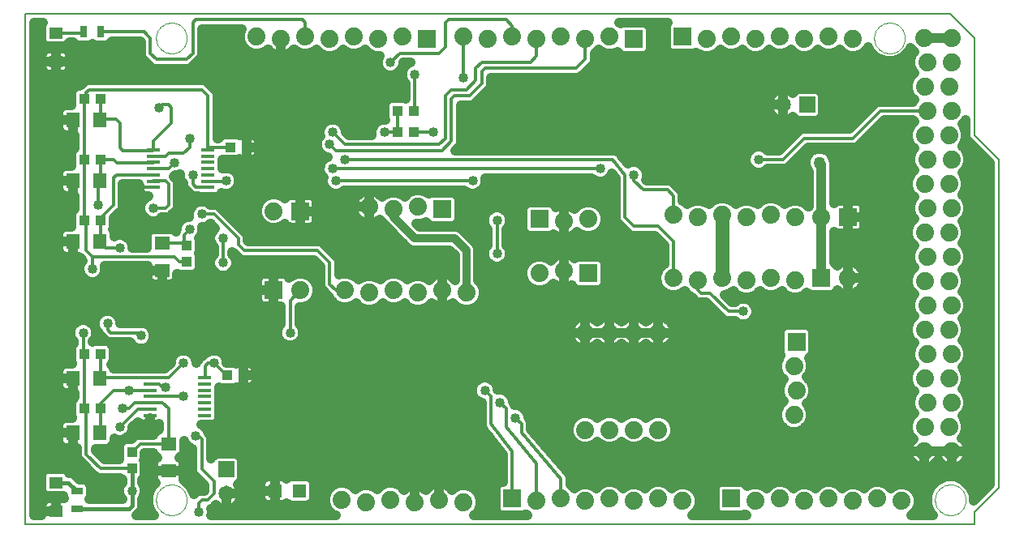
<source format=gtl>
G75*
%MOIN*%
%OFA0B0*%
%FSLAX24Y24*%
%IPPOS*%
%LPD*%
%AMOC8*
5,1,8,0,0,1.08239X$1,22.5*
%
%ADD10C,0.0080*%
%ADD11C,0.0000*%
%ADD12R,0.0740X0.0740*%
%ADD13C,0.0740*%
%ADD14R,0.0555X0.0555*%
%ADD15R,0.0551X0.0472*%
%ADD16R,0.0560X0.0140*%
%ADD17R,0.0551X0.0630*%
%ADD18R,0.0433X0.0394*%
%ADD19R,0.0630X0.0551*%
%ADD20R,0.0394X0.0433*%
%ADD21R,0.0472X0.0315*%
%ADD22R,0.0315X0.0472*%
%ADD23C,0.0650*%
%ADD24R,0.0650X0.0650*%
%ADD25C,0.0400*%
%ADD26C,0.0160*%
%ADD27C,0.0120*%
%ADD28C,0.0240*%
%ADD29C,0.0400*%
%ADD30C,0.0560*%
%ADD31C,0.0500*%
%ADD32C,0.0320*%
D10*
X000300Y000300D02*
X000300Y021300D01*
X038300Y021300D01*
X039300Y020300D01*
X039300Y016300D01*
X040300Y015300D01*
X040300Y001800D01*
X039300Y000800D01*
X039300Y000300D01*
X000300Y000300D01*
D11*
X005670Y001300D02*
X005672Y001350D01*
X005678Y001400D01*
X005688Y001449D01*
X005702Y001497D01*
X005719Y001544D01*
X005740Y001589D01*
X005765Y001633D01*
X005793Y001674D01*
X005825Y001713D01*
X005859Y001750D01*
X005896Y001784D01*
X005936Y001814D01*
X005978Y001841D01*
X006022Y001865D01*
X006068Y001886D01*
X006115Y001902D01*
X006163Y001915D01*
X006213Y001924D01*
X006262Y001929D01*
X006313Y001930D01*
X006363Y001927D01*
X006412Y001920D01*
X006461Y001909D01*
X006509Y001894D01*
X006555Y001876D01*
X006600Y001854D01*
X006643Y001828D01*
X006684Y001799D01*
X006723Y001767D01*
X006759Y001732D01*
X006791Y001694D01*
X006821Y001654D01*
X006848Y001611D01*
X006871Y001567D01*
X006890Y001521D01*
X006906Y001473D01*
X006918Y001424D01*
X006926Y001375D01*
X006930Y001325D01*
X006930Y001275D01*
X006926Y001225D01*
X006918Y001176D01*
X006906Y001127D01*
X006890Y001079D01*
X006871Y001033D01*
X006848Y000989D01*
X006821Y000946D01*
X006791Y000906D01*
X006759Y000868D01*
X006723Y000833D01*
X006684Y000801D01*
X006643Y000772D01*
X006600Y000746D01*
X006555Y000724D01*
X006509Y000706D01*
X006461Y000691D01*
X006412Y000680D01*
X006363Y000673D01*
X006313Y000670D01*
X006262Y000671D01*
X006213Y000676D01*
X006163Y000685D01*
X006115Y000698D01*
X006068Y000714D01*
X006022Y000735D01*
X005978Y000759D01*
X005936Y000786D01*
X005896Y000816D01*
X005859Y000850D01*
X005825Y000887D01*
X005793Y000926D01*
X005765Y000967D01*
X005740Y001011D01*
X005719Y001056D01*
X005702Y001103D01*
X005688Y001151D01*
X005678Y001200D01*
X005672Y001250D01*
X005670Y001300D01*
X037670Y001300D02*
X037672Y001350D01*
X037678Y001400D01*
X037688Y001449D01*
X037702Y001497D01*
X037719Y001544D01*
X037740Y001589D01*
X037765Y001633D01*
X037793Y001674D01*
X037825Y001713D01*
X037859Y001750D01*
X037896Y001784D01*
X037936Y001814D01*
X037978Y001841D01*
X038022Y001865D01*
X038068Y001886D01*
X038115Y001902D01*
X038163Y001915D01*
X038213Y001924D01*
X038262Y001929D01*
X038313Y001930D01*
X038363Y001927D01*
X038412Y001920D01*
X038461Y001909D01*
X038509Y001894D01*
X038555Y001876D01*
X038600Y001854D01*
X038643Y001828D01*
X038684Y001799D01*
X038723Y001767D01*
X038759Y001732D01*
X038791Y001694D01*
X038821Y001654D01*
X038848Y001611D01*
X038871Y001567D01*
X038890Y001521D01*
X038906Y001473D01*
X038918Y001424D01*
X038926Y001375D01*
X038930Y001325D01*
X038930Y001275D01*
X038926Y001225D01*
X038918Y001176D01*
X038906Y001127D01*
X038890Y001079D01*
X038871Y001033D01*
X038848Y000989D01*
X038821Y000946D01*
X038791Y000906D01*
X038759Y000868D01*
X038723Y000833D01*
X038684Y000801D01*
X038643Y000772D01*
X038600Y000746D01*
X038555Y000724D01*
X038509Y000706D01*
X038461Y000691D01*
X038412Y000680D01*
X038363Y000673D01*
X038313Y000670D01*
X038262Y000671D01*
X038213Y000676D01*
X038163Y000685D01*
X038115Y000698D01*
X038068Y000714D01*
X038022Y000735D01*
X037978Y000759D01*
X037936Y000786D01*
X037896Y000816D01*
X037859Y000850D01*
X037825Y000887D01*
X037793Y000926D01*
X037765Y000967D01*
X037740Y001011D01*
X037719Y001056D01*
X037702Y001103D01*
X037688Y001151D01*
X037678Y001200D01*
X037672Y001250D01*
X037670Y001300D01*
X035170Y020300D02*
X035172Y020350D01*
X035178Y020400D01*
X035188Y020449D01*
X035202Y020497D01*
X035219Y020544D01*
X035240Y020589D01*
X035265Y020633D01*
X035293Y020674D01*
X035325Y020713D01*
X035359Y020750D01*
X035396Y020784D01*
X035436Y020814D01*
X035478Y020841D01*
X035522Y020865D01*
X035568Y020886D01*
X035615Y020902D01*
X035663Y020915D01*
X035713Y020924D01*
X035762Y020929D01*
X035813Y020930D01*
X035863Y020927D01*
X035912Y020920D01*
X035961Y020909D01*
X036009Y020894D01*
X036055Y020876D01*
X036100Y020854D01*
X036143Y020828D01*
X036184Y020799D01*
X036223Y020767D01*
X036259Y020732D01*
X036291Y020694D01*
X036321Y020654D01*
X036348Y020611D01*
X036371Y020567D01*
X036390Y020521D01*
X036406Y020473D01*
X036418Y020424D01*
X036426Y020375D01*
X036430Y020325D01*
X036430Y020275D01*
X036426Y020225D01*
X036418Y020176D01*
X036406Y020127D01*
X036390Y020079D01*
X036371Y020033D01*
X036348Y019989D01*
X036321Y019946D01*
X036291Y019906D01*
X036259Y019868D01*
X036223Y019833D01*
X036184Y019801D01*
X036143Y019772D01*
X036100Y019746D01*
X036055Y019724D01*
X036009Y019706D01*
X035961Y019691D01*
X035912Y019680D01*
X035863Y019673D01*
X035813Y019670D01*
X035762Y019671D01*
X035713Y019676D01*
X035663Y019685D01*
X035615Y019698D01*
X035568Y019714D01*
X035522Y019735D01*
X035478Y019759D01*
X035436Y019786D01*
X035396Y019816D01*
X035359Y019850D01*
X035325Y019887D01*
X035293Y019926D01*
X035265Y019967D01*
X035240Y020011D01*
X035219Y020056D01*
X035202Y020103D01*
X035188Y020151D01*
X035178Y020200D01*
X035172Y020250D01*
X035170Y020300D01*
X005670Y020300D02*
X005672Y020350D01*
X005678Y020400D01*
X005688Y020449D01*
X005702Y020497D01*
X005719Y020544D01*
X005740Y020589D01*
X005765Y020633D01*
X005793Y020674D01*
X005825Y020713D01*
X005859Y020750D01*
X005896Y020784D01*
X005936Y020814D01*
X005978Y020841D01*
X006022Y020865D01*
X006068Y020886D01*
X006115Y020902D01*
X006163Y020915D01*
X006213Y020924D01*
X006262Y020929D01*
X006313Y020930D01*
X006363Y020927D01*
X006412Y020920D01*
X006461Y020909D01*
X006509Y020894D01*
X006555Y020876D01*
X006600Y020854D01*
X006643Y020828D01*
X006684Y020799D01*
X006723Y020767D01*
X006759Y020732D01*
X006791Y020694D01*
X006821Y020654D01*
X006848Y020611D01*
X006871Y020567D01*
X006890Y020521D01*
X006906Y020473D01*
X006918Y020424D01*
X006926Y020375D01*
X006930Y020325D01*
X006930Y020275D01*
X006926Y020225D01*
X006918Y020176D01*
X006906Y020127D01*
X006890Y020079D01*
X006871Y020033D01*
X006848Y019989D01*
X006821Y019946D01*
X006791Y019906D01*
X006759Y019868D01*
X006723Y019833D01*
X006684Y019801D01*
X006643Y019772D01*
X006600Y019746D01*
X006555Y019724D01*
X006509Y019706D01*
X006461Y019691D01*
X006412Y019680D01*
X006363Y019673D01*
X006313Y019670D01*
X006262Y019671D01*
X006213Y019676D01*
X006163Y019685D01*
X006115Y019698D01*
X006068Y019714D01*
X006022Y019735D01*
X005978Y019759D01*
X005936Y019786D01*
X005896Y019816D01*
X005859Y019850D01*
X005825Y019887D01*
X005793Y019926D01*
X005765Y019967D01*
X005740Y020011D01*
X005719Y020056D01*
X005702Y020103D01*
X005688Y020151D01*
X005678Y020200D01*
X005672Y020250D01*
X005670Y020300D01*
D12*
X016800Y020250D03*
X025300Y020250D03*
X027300Y020350D03*
X017425Y013250D03*
X021425Y012850D03*
X023425Y010625D03*
X031975Y007800D03*
X033000Y010425D03*
X034100Y012925D03*
X029300Y001350D03*
X020300Y001350D03*
X010500Y009925D03*
X011600Y013175D03*
D13*
X010500Y013175D03*
X014425Y013350D03*
X015425Y013250D03*
X016425Y013350D03*
X021425Y010625D03*
X022425Y010725D03*
X022425Y012750D03*
X023425Y012850D03*
X026925Y013025D03*
X027925Y012925D03*
X028925Y013025D03*
X029925Y012925D03*
X030925Y013025D03*
X031925Y012925D03*
X033000Y012925D03*
X037250Y012300D03*
X038250Y012300D03*
X038350Y011300D03*
X037350Y011300D03*
X037250Y010300D03*
X038250Y010300D03*
X038350Y009300D03*
X037350Y009300D03*
X037250Y008300D03*
X038250Y008300D03*
X038350Y007300D03*
X037350Y007300D03*
X037250Y006300D03*
X038250Y006300D03*
X038350Y005300D03*
X037350Y005300D03*
X037250Y004300D03*
X038250Y004300D03*
X038370Y003300D03*
X037230Y003300D03*
X035300Y001350D03*
X034300Y001250D03*
X033300Y001350D03*
X032300Y001250D03*
X031300Y001350D03*
X030300Y001250D03*
X027300Y001250D03*
X026300Y001350D03*
X025300Y001250D03*
X024300Y001350D03*
X023300Y001250D03*
X022300Y001350D03*
X021300Y001250D03*
X018300Y001200D03*
X017300Y001300D03*
X016300Y001200D03*
X015300Y001300D03*
X014300Y001200D03*
X013300Y001300D03*
X023300Y004175D03*
X024300Y004175D03*
X025300Y004175D03*
X026300Y004175D03*
X031875Y004800D03*
X031975Y005800D03*
X031875Y006800D03*
X026300Y008175D03*
X025300Y008175D03*
X024300Y008175D03*
X023300Y008175D03*
X026925Y010425D03*
X027925Y010325D03*
X028925Y010425D03*
X029925Y010325D03*
X030925Y010425D03*
X031925Y010325D03*
X034100Y010425D03*
X037350Y013300D03*
X038350Y013300D03*
X038250Y014300D03*
X037250Y014300D03*
X037350Y015300D03*
X038350Y015300D03*
X038250Y016300D03*
X037250Y016300D03*
X037350Y017300D03*
X038350Y017300D03*
X038250Y018300D03*
X037250Y018300D03*
X037350Y019300D03*
X038350Y019300D03*
X038370Y020300D03*
X037230Y020300D03*
X034300Y020250D03*
X033300Y020350D03*
X032300Y020250D03*
X031300Y020350D03*
X030300Y020250D03*
X029300Y020350D03*
X028300Y020250D03*
X024300Y020350D03*
X023300Y020250D03*
X022300Y020350D03*
X021300Y020250D03*
X020300Y020350D03*
X019300Y020250D03*
X018300Y020350D03*
X015800Y020350D03*
X014800Y020250D03*
X013800Y020350D03*
X012800Y020250D03*
X011800Y020350D03*
X010800Y020250D03*
X009800Y020350D03*
X011600Y009925D03*
X013425Y009925D03*
X014425Y009825D03*
X015425Y009925D03*
X016425Y009825D03*
X017425Y009925D03*
X018425Y009825D03*
X036300Y001250D03*
D14*
X011550Y001675D03*
X010550Y001675D03*
D15*
X001550Y002016D03*
X001550Y000834D03*
X001550Y019334D03*
X001550Y020516D03*
D16*
X005555Y015695D03*
X005555Y015435D03*
X005555Y015185D03*
X005555Y014925D03*
X005555Y014665D03*
X005555Y014415D03*
X005555Y014155D03*
X007795Y014155D03*
X007795Y014415D03*
X007795Y014665D03*
X007795Y014925D03*
X007795Y015185D03*
X007795Y015435D03*
X007795Y015695D03*
X007670Y006320D03*
X007670Y006060D03*
X007670Y005810D03*
X007670Y005550D03*
X007670Y005290D03*
X007670Y005040D03*
X007670Y004780D03*
X005430Y004780D03*
X005430Y005040D03*
X005430Y005290D03*
X005430Y005550D03*
X005430Y005810D03*
X005430Y006060D03*
X005430Y006320D03*
D17*
X003351Y006300D03*
X002249Y006300D03*
X002249Y004050D03*
X003351Y004050D03*
X003351Y011925D03*
X002249Y011925D03*
X002249Y014425D03*
X003351Y014425D03*
X003351Y016925D03*
X002249Y016925D03*
D18*
X002715Y017800D03*
X003385Y017800D03*
X003385Y015300D03*
X002715Y015300D03*
X002715Y012800D03*
X003385Y012800D03*
X008715Y015800D03*
X009385Y015800D03*
X015590Y016425D03*
X016260Y016425D03*
X016260Y017300D03*
X015590Y017300D03*
X003385Y007300D03*
X002715Y007300D03*
X002715Y005050D03*
X003385Y005050D03*
X008590Y006425D03*
X009260Y006425D03*
D19*
X006175Y003601D03*
X006175Y002499D03*
X005925Y010749D03*
X005925Y011851D03*
D20*
X006925Y011760D03*
X006925Y011090D03*
X004675Y003260D03*
X004675Y002590D03*
D21*
X002425Y001654D03*
X002425Y000946D03*
D22*
X002696Y020550D03*
X003404Y020550D03*
D23*
X031425Y017550D03*
X008550Y001550D03*
D24*
X008550Y002550D03*
X032425Y017550D03*
D25*
X030425Y015300D03*
X025300Y014675D03*
X023925Y014925D03*
X019675Y012800D03*
X019675Y011425D03*
X018675Y014425D03*
X017050Y016425D03*
X015050Y016425D03*
X013425Y015300D03*
X012925Y014925D03*
X013050Y014425D03*
X012800Y015925D03*
X012925Y016425D03*
X008550Y014425D03*
X007175Y014675D03*
X006425Y015175D03*
X004800Y014175D03*
X005550Y013300D03*
X007050Y012425D03*
X007550Y013050D03*
X008425Y012050D03*
X008425Y011050D03*
X004175Y011675D03*
X003050Y010800D03*
X003675Y008550D03*
X002675Y008175D03*
X005050Y008050D03*
X006800Y006925D03*
X008050Y006925D03*
X006050Y005925D03*
X006800Y005550D03*
X004550Y005800D03*
X004300Y005050D03*
X004175Y004300D03*
X004800Y004300D03*
X005425Y002925D03*
X007300Y003925D03*
X004675Y001675D03*
X007425Y000800D03*
X019175Y005800D03*
X019800Y005300D03*
X020425Y004675D03*
X011175Y008175D03*
X003300Y013425D03*
X001425Y014425D03*
X005800Y017425D03*
X007050Y016175D03*
X015300Y019300D03*
X016300Y018800D03*
X018300Y018675D03*
X029800Y009050D03*
D26*
X004675Y002590D02*
X004675Y001675D01*
X004675Y001050D01*
X004550Y000925D01*
X002465Y000925D01*
X002425Y001654D02*
X002064Y002016D01*
X001550Y002016D01*
D27*
X002800Y003175D02*
X002800Y004965D01*
X002715Y005050D01*
X002715Y007300D01*
X002675Y007340D01*
X002675Y008175D01*
X003675Y008300D02*
X003800Y008175D01*
X004925Y008175D01*
X005050Y008050D01*
X003675Y008300D02*
X003675Y008550D01*
X003385Y007300D02*
X003385Y006333D01*
X005417Y006333D01*
X005430Y006320D01*
X006195Y006320D01*
X006800Y006925D01*
X007675Y006800D02*
X007675Y006325D01*
X007670Y006320D01*
X007675Y006800D02*
X007800Y006925D01*
X008050Y006925D01*
X008550Y006425D01*
X008590Y006425D01*
X006800Y005550D02*
X005430Y005550D01*
X005420Y005300D02*
X005430Y005290D01*
X005440Y005300D01*
X005925Y005300D01*
X006175Y005050D01*
X006175Y003601D01*
X005017Y003601D01*
X004675Y003260D01*
X005425Y002925D02*
X005851Y002499D01*
X006175Y002499D01*
X007550Y002550D02*
X007550Y003800D01*
X007425Y003925D01*
X007300Y003925D01*
X005430Y004780D02*
X004950Y004300D01*
X004800Y004300D01*
X004175Y004300D02*
X004915Y005040D01*
X005430Y005040D01*
X005420Y005300D02*
X004800Y005300D01*
X004550Y005050D01*
X004300Y005050D01*
X003925Y005800D02*
X003385Y005260D01*
X003385Y005050D01*
X003385Y004083D01*
X003351Y004050D01*
X002800Y003175D02*
X003385Y002590D01*
X004675Y002590D01*
X007550Y002550D02*
X008050Y002050D01*
X008050Y001550D01*
X007800Y001300D01*
X007550Y001300D01*
X007425Y001175D01*
X007425Y000800D01*
X005420Y005800D02*
X004550Y005800D01*
X003925Y005800D01*
X003385Y006333D02*
X003351Y006300D01*
X005430Y006060D02*
X005440Y006050D01*
X005800Y006050D01*
X005925Y005925D01*
X006050Y005925D01*
X005430Y005810D02*
X005420Y005800D01*
X011175Y008175D02*
X011175Y009500D01*
X011600Y009925D01*
X012800Y010175D02*
X013050Y009925D01*
X013425Y009925D01*
X012800Y010175D02*
X012800Y011050D01*
X012300Y011550D01*
X009300Y011550D01*
X009050Y011800D01*
X009050Y012050D01*
X008050Y013050D01*
X007550Y013050D01*
X007050Y012425D02*
X006833Y012208D01*
X006833Y011851D01*
X006925Y011760D01*
X006833Y011851D02*
X005925Y011851D01*
X006425Y011300D02*
X003050Y011300D01*
X003050Y010800D01*
X003050Y011300D02*
X002800Y011550D01*
X002800Y012715D01*
X002715Y012800D01*
X002715Y015300D01*
X002715Y017800D01*
X002800Y017885D01*
X002800Y018050D01*
X002925Y018175D01*
X007550Y018175D01*
X007795Y017930D01*
X007795Y015695D01*
X007900Y015800D01*
X008715Y015800D01*
X007050Y015800D02*
X006800Y015550D01*
X006175Y015550D01*
X006050Y015425D01*
X005565Y015425D01*
X005555Y015435D01*
X005535Y015675D02*
X005555Y015695D01*
X005555Y016055D01*
X006300Y016800D01*
X006300Y017425D01*
X006175Y017550D01*
X005925Y017550D01*
X005800Y017425D01*
X004175Y016800D02*
X004175Y015800D01*
X004300Y015675D01*
X005535Y015675D01*
X005555Y015185D02*
X005545Y015175D01*
X004050Y015175D01*
X003925Y015300D01*
X003385Y015300D01*
X003385Y014458D01*
X003351Y014425D01*
X003300Y014374D01*
X003300Y013425D01*
X003385Y012885D02*
X003925Y013425D01*
X003925Y014550D01*
X004050Y014675D01*
X005545Y014675D01*
X005555Y014665D01*
X005565Y014425D02*
X005555Y014415D01*
X005565Y014425D02*
X006050Y014425D01*
X006175Y014300D01*
X006175Y013425D01*
X006050Y013300D01*
X005550Y013300D01*
X005555Y014155D02*
X004820Y014155D01*
X004800Y014175D01*
X005555Y014925D02*
X006175Y014925D01*
X006425Y015175D01*
X007175Y014675D02*
X007175Y014300D01*
X007300Y014175D01*
X007775Y014175D01*
X007795Y014155D01*
X007795Y014415D02*
X008540Y014415D01*
X008550Y014425D01*
X007050Y015800D02*
X007050Y016175D01*
X004175Y016800D02*
X004017Y016958D01*
X003385Y016958D01*
X003351Y016925D01*
X003385Y016958D02*
X003385Y017800D01*
X005425Y019675D02*
X005675Y019425D01*
X006925Y019425D01*
X007175Y019675D01*
X007175Y020925D01*
X007300Y021050D01*
X011675Y021050D01*
X011800Y020925D01*
X011800Y020350D01*
X015300Y019300D02*
X015675Y019675D01*
X017300Y019675D01*
X017550Y019925D01*
X017550Y020925D01*
X017675Y021050D01*
X020050Y021050D01*
X020300Y020800D01*
X020300Y020350D01*
X021300Y020250D02*
X021300Y019550D01*
X021050Y019300D01*
X019050Y019300D01*
X018800Y019050D01*
X018800Y018550D01*
X018425Y018175D01*
X017800Y018175D01*
X017550Y017925D01*
X017550Y016175D01*
X017300Y015925D01*
X013425Y015925D01*
X012925Y016425D01*
X012800Y015925D02*
X013050Y015675D01*
X017425Y015675D01*
X017800Y016050D01*
X017800Y017800D01*
X017925Y017925D01*
X018550Y017925D01*
X019050Y018425D01*
X019050Y018925D01*
X019175Y019050D01*
X022925Y019050D01*
X023300Y019425D01*
X023300Y020250D01*
X018300Y020350D02*
X018300Y018675D01*
X016300Y018800D02*
X016300Y017340D01*
X016260Y017300D01*
X015590Y017300D02*
X015590Y016425D01*
X015050Y016425D01*
X016260Y016425D02*
X017050Y016425D01*
X013425Y015300D02*
X024425Y015300D01*
X024925Y014675D01*
X024925Y012925D01*
X025300Y012550D01*
X026300Y012550D01*
X026925Y011925D01*
X026925Y010425D01*
X027925Y010325D02*
X027925Y009925D01*
X028050Y009800D01*
X028425Y009800D01*
X029175Y009050D01*
X029800Y009050D01*
X026925Y013025D02*
X026925Y013800D01*
X026675Y014050D01*
X025675Y014050D01*
X025300Y014425D01*
X025300Y014675D01*
X023925Y014925D02*
X012925Y014925D01*
X013050Y014425D02*
X018675Y014425D01*
X019675Y012800D02*
X019675Y011425D01*
X019175Y005800D02*
X019425Y005550D01*
X019425Y004425D01*
X020300Y003300D01*
X020300Y001350D01*
X021300Y001250D02*
X021300Y002800D01*
X020050Y004300D01*
X020050Y005050D01*
X019800Y005300D01*
X020425Y004675D02*
X020675Y004425D01*
X020675Y004050D01*
X022300Y002175D01*
X022300Y001350D01*
X008425Y011050D02*
X008425Y012050D01*
X006925Y011090D02*
X006635Y011090D01*
X006425Y011300D01*
X004175Y011675D02*
X003601Y011675D01*
X003351Y011925D01*
X003385Y011958D01*
X003385Y012800D01*
X003385Y012885D01*
X002249Y014425D02*
X001425Y014425D01*
X005425Y019675D02*
X005425Y020300D01*
X005300Y020425D01*
X005175Y020550D01*
X003404Y020550D01*
X002696Y020550D02*
X002661Y020516D01*
X001550Y020516D01*
X030425Y015300D02*
X031425Y015300D01*
X032300Y016175D01*
X034300Y016175D01*
X035425Y017300D01*
X037350Y017300D01*
D28*
X002465Y000925D02*
X002445Y000946D01*
X002425Y000946D01*
D29*
X002936Y001325D02*
X002981Y001433D01*
X002981Y001875D01*
X002933Y001993D01*
X002842Y002083D01*
X002725Y002132D01*
X002513Y002132D01*
X002290Y002355D01*
X002143Y002416D01*
X002104Y002416D01*
X002097Y002433D01*
X002007Y002523D01*
X001889Y002572D01*
X001211Y002572D01*
X001093Y002523D01*
X001003Y002433D01*
X000954Y002315D01*
X000954Y001716D01*
X001003Y001598D01*
X001093Y001508D01*
X001211Y001459D01*
X001869Y001459D01*
X001869Y001433D01*
X001898Y001362D01*
X001855Y001371D01*
X001550Y001371D01*
X001245Y001371D01*
X001187Y001359D01*
X001132Y001337D01*
X001083Y001304D01*
X001041Y001262D01*
X001009Y001213D01*
X000986Y001158D01*
X000974Y001100D01*
X000974Y000834D01*
X000974Y000660D01*
X000660Y000660D01*
X000660Y020940D01*
X001010Y020940D01*
X001003Y020933D01*
X000954Y020815D01*
X000954Y020216D01*
X001003Y020098D01*
X001093Y020008D01*
X001211Y019959D01*
X001889Y019959D01*
X002007Y020008D01*
X002097Y020098D01*
X002112Y020136D01*
X002266Y020136D01*
X002267Y020133D01*
X002357Y020042D01*
X002475Y019994D01*
X002917Y019994D01*
X003034Y020042D01*
X003050Y020058D01*
X003066Y020042D01*
X003183Y019994D01*
X003625Y019994D01*
X003743Y020042D01*
X003833Y020133D01*
X003849Y020170D01*
X005018Y020170D01*
X005045Y020143D01*
X005045Y019599D01*
X005103Y019460D01*
X005353Y019210D01*
X005460Y019103D01*
X005599Y019045D01*
X007001Y019045D01*
X007140Y019103D01*
X007390Y019353D01*
X007497Y019460D01*
X007555Y019599D01*
X007555Y020670D01*
X009186Y020670D01*
X009110Y020487D01*
X009110Y020213D01*
X009215Y019959D01*
X009409Y019765D01*
X009663Y019660D01*
X009937Y019660D01*
X010191Y019765D01*
X010268Y019842D01*
X010295Y019807D01*
X010357Y019745D01*
X010427Y019692D01*
X010503Y019648D01*
X010584Y019614D01*
X010669Y019591D01*
X010756Y019580D01*
X010800Y019580D01*
X010844Y019580D01*
X010931Y019591D01*
X011016Y019614D01*
X011097Y019648D01*
X011173Y019692D01*
X011243Y019745D01*
X011305Y019807D01*
X011332Y019842D01*
X011409Y019765D01*
X011663Y019660D01*
X011937Y019660D01*
X012191Y019765D01*
X012250Y019824D01*
X012409Y019665D01*
X012663Y019560D01*
X012937Y019560D01*
X013191Y019665D01*
X013350Y019824D01*
X013409Y019765D01*
X013663Y019660D01*
X013937Y019660D01*
X014191Y019765D01*
X014250Y019824D01*
X014409Y019665D01*
X014663Y019560D01*
X014845Y019560D01*
X014780Y019403D01*
X014780Y019197D01*
X014859Y019005D01*
X015005Y018859D01*
X015197Y018780D01*
X015403Y018780D01*
X015595Y018859D01*
X015741Y019005D01*
X015820Y019197D01*
X015820Y019283D01*
X015832Y019295D01*
X016136Y019295D01*
X016005Y019241D01*
X015859Y019095D01*
X015780Y018903D01*
X015780Y018697D01*
X015859Y018505D01*
X015920Y018445D01*
X015920Y017796D01*
X015871Y017817D01*
X015310Y017817D01*
X015193Y017768D01*
X015103Y017678D01*
X015054Y017561D01*
X015054Y017039D01*
X015093Y016945D01*
X014947Y016945D01*
X014755Y016866D01*
X014609Y016720D01*
X014530Y016528D01*
X014530Y016322D01*
X014537Y016305D01*
X013582Y016305D01*
X013445Y016442D01*
X013445Y016528D01*
X013366Y016720D01*
X013220Y016866D01*
X013028Y016945D01*
X012822Y016945D01*
X012630Y016866D01*
X012484Y016720D01*
X012405Y016528D01*
X012405Y016322D01*
X012421Y016282D01*
X012359Y016220D01*
X012280Y016028D01*
X012280Y015822D01*
X012359Y015630D01*
X012505Y015484D01*
X012697Y015405D01*
X012725Y015405D01*
X012630Y015366D01*
X012484Y015220D01*
X012405Y015028D01*
X012405Y014822D01*
X012484Y014630D01*
X012546Y014568D01*
X012530Y014528D01*
X012530Y014322D01*
X012609Y014130D01*
X012755Y013984D01*
X012947Y013905D01*
X013153Y013905D01*
X013345Y013984D01*
X013405Y014045D01*
X018320Y014045D01*
X018380Y013984D01*
X018572Y013905D01*
X018778Y013905D01*
X018970Y013984D01*
X019116Y014130D01*
X019195Y014322D01*
X019195Y014528D01*
X019188Y014545D01*
X023570Y014545D01*
X023630Y014484D01*
X023822Y014405D01*
X024028Y014405D01*
X024220Y014484D01*
X024366Y014630D01*
X024403Y014720D01*
X024545Y014542D01*
X024545Y012849D01*
X024603Y012710D01*
X024710Y012603D01*
X025085Y012228D01*
X025224Y012170D01*
X026143Y012170D01*
X026545Y011768D01*
X026545Y011014D01*
X026534Y011010D01*
X026340Y010816D01*
X026235Y010562D01*
X026235Y010288D01*
X026340Y010034D01*
X026534Y009840D01*
X026788Y009735D01*
X027062Y009735D01*
X027316Y009840D01*
X027375Y009899D01*
X027534Y009740D01*
X027602Y009712D01*
X027603Y009710D01*
X027710Y009603D01*
X027835Y009478D01*
X027974Y009420D01*
X028268Y009420D01*
X028960Y008728D01*
X029099Y008670D01*
X029445Y008670D01*
X029505Y008609D01*
X029697Y008530D01*
X029903Y008530D01*
X030095Y008609D01*
X030241Y008755D01*
X030320Y008947D01*
X030320Y009153D01*
X030241Y009345D01*
X030095Y009491D01*
X029903Y009570D01*
X029697Y009570D01*
X029505Y009491D01*
X029445Y009430D01*
X029332Y009430D01*
X029027Y009735D01*
X029062Y009735D01*
X029316Y009840D01*
X029375Y009899D01*
X029534Y009740D01*
X029788Y009635D01*
X030062Y009635D01*
X030316Y009740D01*
X030475Y009899D01*
X030534Y009840D01*
X030788Y009735D01*
X031062Y009735D01*
X031316Y009840D01*
X031375Y009899D01*
X031534Y009740D01*
X031788Y009635D01*
X032062Y009635D01*
X032316Y009740D01*
X032404Y009828D01*
X032449Y009784D01*
X032566Y009735D01*
X033434Y009735D01*
X033551Y009784D01*
X033641Y009874D01*
X033660Y009918D01*
X033727Y009867D01*
X033803Y009823D01*
X033884Y009789D01*
X033969Y009766D01*
X034056Y009755D01*
X034100Y009755D01*
X034144Y009755D01*
X034231Y009766D01*
X034316Y009789D01*
X034397Y009823D01*
X034473Y009867D01*
X034543Y009920D01*
X034605Y009982D01*
X034658Y010052D01*
X034702Y010128D01*
X034736Y010209D01*
X034759Y010294D01*
X034770Y010381D01*
X034770Y010425D01*
X034770Y010469D01*
X034759Y010556D01*
X034736Y010641D01*
X034702Y010722D01*
X034658Y010798D01*
X034605Y010868D01*
X034543Y010930D01*
X034473Y010983D01*
X034397Y011027D01*
X034316Y011061D01*
X034231Y011084D01*
X034144Y011095D01*
X034100Y011095D01*
X034100Y010425D01*
X034100Y010425D01*
X034770Y010425D01*
X034100Y010425D01*
X034100Y010425D01*
X034100Y011095D01*
X034056Y011095D01*
X033969Y011084D01*
X033884Y011061D01*
X033803Y011027D01*
X033727Y010983D01*
X033660Y010932D01*
X033641Y010976D01*
X033551Y011066D01*
X033520Y011079D01*
X033520Y012341D01*
X033539Y012322D01*
X033588Y012289D01*
X033642Y012267D01*
X033700Y012255D01*
X033520Y012255D01*
X033700Y012255D02*
X034100Y012255D01*
X034500Y012255D01*
X036560Y012255D01*
X036560Y012163D02*
X036665Y011909D01*
X036824Y011750D01*
X036765Y011691D01*
X036660Y011437D01*
X036660Y011163D01*
X036765Y010909D01*
X036824Y010850D01*
X036665Y010691D01*
X036560Y010437D01*
X036560Y010163D01*
X036665Y009909D01*
X036824Y009750D01*
X036765Y009691D01*
X036660Y009437D01*
X036660Y009163D01*
X036765Y008909D01*
X036824Y008850D01*
X036665Y008691D01*
X036560Y008437D01*
X036560Y008163D01*
X036665Y007909D01*
X036824Y007750D01*
X036765Y007691D01*
X036660Y007437D01*
X036660Y007163D01*
X036765Y006909D01*
X036824Y006850D01*
X036665Y006691D01*
X036560Y006437D01*
X036560Y006163D01*
X036665Y005909D01*
X036824Y005750D01*
X036765Y005691D01*
X036660Y005437D01*
X036660Y005163D01*
X036765Y004909D01*
X036824Y004850D01*
X036665Y004691D01*
X036560Y004437D01*
X036560Y004163D01*
X036665Y003909D01*
X036778Y003796D01*
X036725Y003743D01*
X036672Y003673D01*
X036628Y003597D01*
X036594Y003516D01*
X036571Y003431D01*
X036560Y003344D01*
X036560Y003300D01*
X037230Y003300D01*
X038370Y003300D01*
X039040Y003300D01*
X039040Y003344D01*
X039029Y003431D01*
X039006Y003516D01*
X038972Y003597D01*
X038928Y003673D01*
X038875Y003743D01*
X038813Y003805D01*
X038766Y003840D01*
X038835Y003909D01*
X038940Y004163D01*
X038940Y004437D01*
X038835Y004691D01*
X038776Y004750D01*
X038935Y004909D01*
X039040Y005163D01*
X039040Y005437D01*
X038935Y005691D01*
X038776Y005850D01*
X038835Y005909D01*
X038940Y006163D01*
X038940Y006437D01*
X038835Y006691D01*
X038776Y006750D01*
X038935Y006909D01*
X039040Y007163D01*
X039040Y007437D01*
X038935Y007691D01*
X038776Y007850D01*
X038835Y007909D01*
X038940Y008163D01*
X038940Y008437D01*
X038835Y008691D01*
X038776Y008750D01*
X038935Y008909D01*
X039040Y009163D01*
X039040Y009437D01*
X038935Y009691D01*
X038776Y009850D01*
X038835Y009909D01*
X038940Y010163D01*
X038940Y010437D01*
X038835Y010691D01*
X038776Y010750D01*
X038935Y010909D01*
X039040Y011163D01*
X039040Y011437D01*
X038935Y011691D01*
X038776Y011850D01*
X038835Y011909D01*
X038940Y012163D01*
X038940Y012437D01*
X038835Y012691D01*
X038776Y012750D01*
X038935Y012909D01*
X039040Y013163D01*
X039040Y013437D01*
X038935Y013691D01*
X038776Y013850D01*
X038835Y013909D01*
X038940Y014163D01*
X038940Y014437D01*
X038835Y014691D01*
X038776Y014750D01*
X038935Y014909D01*
X039040Y015163D01*
X039040Y015437D01*
X038935Y015691D01*
X038776Y015850D01*
X038835Y015909D01*
X038940Y016163D01*
X038940Y016437D01*
X038835Y016691D01*
X038776Y016750D01*
X038935Y016909D01*
X038940Y016921D01*
X038940Y016228D01*
X038995Y016096D01*
X039096Y015995D01*
X039940Y015151D01*
X039940Y001949D01*
X039250Y001259D01*
X039250Y001489D01*
X039105Y001838D01*
X038838Y002105D01*
X038489Y002250D01*
X038111Y002250D01*
X037762Y002105D01*
X037495Y001838D01*
X037350Y001489D01*
X037350Y001111D01*
X037495Y000762D01*
X037597Y000660D01*
X036679Y000660D01*
X036691Y000665D01*
X036885Y000859D01*
X036990Y001113D01*
X036990Y001387D01*
X036885Y001641D01*
X036691Y001835D01*
X036437Y001940D01*
X036163Y001940D01*
X035909Y001835D01*
X035850Y001776D01*
X035691Y001935D01*
X035437Y002040D01*
X035163Y002040D01*
X034909Y001935D01*
X034750Y001776D01*
X034691Y001835D01*
X034437Y001940D01*
X034163Y001940D01*
X033909Y001835D01*
X033850Y001776D01*
X033691Y001935D01*
X033437Y002040D01*
X033163Y002040D01*
X032909Y001935D01*
X032750Y001776D01*
X032691Y001835D01*
X032437Y001940D01*
X032163Y001940D01*
X031909Y001835D01*
X031850Y001776D01*
X031691Y001935D01*
X031437Y002040D01*
X031163Y002040D01*
X030909Y001935D01*
X030750Y001776D01*
X030691Y001835D01*
X030437Y001940D01*
X030163Y001940D01*
X029960Y001856D01*
X029941Y001901D01*
X029851Y001991D01*
X029734Y002040D01*
X028866Y002040D01*
X028749Y001991D01*
X028659Y001901D01*
X028610Y001784D01*
X028610Y000916D01*
X028659Y000799D01*
X028749Y000709D01*
X028866Y000660D01*
X029734Y000660D01*
X029851Y000709D01*
X029858Y000716D01*
X029909Y000665D01*
X029921Y000660D01*
X027679Y000660D01*
X027691Y000665D01*
X027885Y000859D01*
X027990Y001113D01*
X027990Y001387D01*
X027885Y001641D01*
X027691Y001835D01*
X027437Y001940D01*
X027163Y001940D01*
X026909Y001835D01*
X026850Y001776D01*
X026691Y001935D01*
X026437Y002040D01*
X026163Y002040D01*
X025909Y001935D01*
X025750Y001776D01*
X025691Y001835D01*
X025437Y001940D01*
X025163Y001940D01*
X024909Y001835D01*
X024850Y001776D01*
X024691Y001935D01*
X024437Y002040D01*
X024163Y002040D01*
X023909Y001935D01*
X023750Y001776D01*
X023691Y001835D01*
X023437Y001940D01*
X023163Y001940D01*
X022909Y001835D01*
X022850Y001776D01*
X022691Y001935D01*
X022680Y001939D01*
X022680Y002161D01*
X022684Y002223D01*
X022680Y002237D01*
X022680Y002251D01*
X022656Y002308D01*
X022637Y002367D01*
X022628Y002377D01*
X022622Y002390D01*
X022578Y002434D01*
X021055Y004192D01*
X021055Y004501D01*
X020997Y004640D01*
X020945Y004692D01*
X020945Y004778D01*
X020866Y004970D01*
X020720Y005116D01*
X020528Y005195D01*
X020401Y005195D01*
X020372Y005265D01*
X020320Y005317D01*
X020320Y005403D01*
X020241Y005595D01*
X020095Y005741D01*
X019903Y005820D01*
X019697Y005820D01*
X019695Y005819D01*
X019695Y005903D01*
X019616Y006095D01*
X019470Y006241D01*
X019278Y006320D01*
X019072Y006320D01*
X018880Y006241D01*
X018734Y006095D01*
X018655Y005903D01*
X018655Y005697D01*
X018734Y005505D01*
X018880Y005359D01*
X019045Y005291D01*
X019045Y004449D01*
X019039Y004397D01*
X019045Y004374D01*
X019045Y004349D01*
X019065Y004301D01*
X019079Y004251D01*
X019094Y004232D01*
X019103Y004210D01*
X019140Y004173D01*
X019920Y003170D01*
X019920Y002040D01*
X019866Y002040D01*
X019749Y001991D01*
X019659Y001901D01*
X019610Y001784D01*
X019610Y000916D01*
X019659Y000799D01*
X019749Y000709D01*
X019866Y000660D01*
X020734Y000660D01*
X020851Y000709D01*
X020858Y000716D01*
X020909Y000665D01*
X020921Y000660D01*
X018736Y000660D01*
X018885Y000809D01*
X018990Y001063D01*
X018990Y001337D01*
X018885Y001591D01*
X018691Y001785D01*
X018437Y001890D01*
X018163Y001890D01*
X017909Y001785D01*
X017832Y001708D01*
X017805Y001743D01*
X017743Y001805D01*
X017673Y001858D01*
X017597Y001902D01*
X017516Y001936D01*
X017431Y001959D01*
X017344Y001970D01*
X017300Y001970D01*
X017300Y001300D01*
X017300Y001300D01*
X017300Y001970D01*
X017256Y001970D01*
X017169Y001959D01*
X017084Y001936D01*
X017003Y001902D01*
X016927Y001858D01*
X016857Y001805D01*
X016795Y001743D01*
X016756Y001692D01*
X016743Y001705D01*
X016673Y001758D01*
X016597Y001802D01*
X016516Y001836D01*
X016431Y001859D01*
X016344Y001870D01*
X016300Y001870D01*
X016300Y001200D01*
X016300Y001200D01*
X016300Y001870D01*
X016256Y001870D01*
X016169Y001859D01*
X016084Y001836D01*
X016003Y001802D01*
X015927Y001758D01*
X015865Y001711D01*
X015691Y001885D01*
X015437Y001990D01*
X015163Y001990D01*
X014909Y001885D01*
X014750Y001726D01*
X014691Y001785D01*
X014437Y001890D01*
X014163Y001890D01*
X013909Y001785D01*
X013850Y001726D01*
X013691Y001885D01*
X013437Y001990D01*
X013163Y001990D01*
X012909Y001885D01*
X012715Y001691D01*
X012610Y001437D01*
X012610Y001163D01*
X012715Y000909D01*
X012909Y000715D01*
X013042Y000660D01*
X007930Y000660D01*
X007945Y000697D01*
X007945Y000903D01*
X007929Y000942D01*
X008015Y000978D01*
X008127Y001089D01*
X008143Y001073D01*
X008222Y001015D01*
X008310Y000971D01*
X008404Y000940D01*
X008501Y000925D01*
X008550Y000925D01*
X008599Y000925D01*
X008696Y000940D01*
X008790Y000971D01*
X008878Y001015D01*
X008957Y001073D01*
X009027Y001143D01*
X009085Y001222D01*
X009129Y001310D01*
X009160Y001404D01*
X009175Y001501D01*
X009175Y001550D01*
X009175Y001599D01*
X009160Y001696D01*
X009129Y001790D01*
X009085Y001878D01*
X009035Y001945D01*
X009056Y001954D01*
X009146Y002044D01*
X009195Y002161D01*
X009195Y002939D01*
X009146Y003056D01*
X009056Y003146D01*
X008939Y003195D01*
X008161Y003195D01*
X008044Y003146D01*
X007954Y003056D01*
X007930Y002999D01*
X007930Y003876D01*
X007872Y004015D01*
X007792Y004095D01*
X007741Y004220D01*
X007595Y004366D01*
X007536Y004390D01*
X008014Y004390D01*
X008131Y004439D01*
X008221Y004529D01*
X008270Y004646D01*
X008270Y005925D01*
X008310Y005908D01*
X008871Y005908D01*
X008951Y005942D01*
X008956Y005940D01*
X009014Y005928D01*
X009260Y005928D01*
X009506Y005928D01*
X009564Y005940D01*
X009618Y005962D01*
X009667Y005995D01*
X009709Y006037D01*
X009742Y006086D01*
X009765Y006141D01*
X009776Y006199D01*
X009776Y006425D01*
X009776Y006651D01*
X009765Y006709D01*
X009742Y006764D01*
X009709Y006813D01*
X009667Y006855D01*
X009618Y006888D01*
X009564Y006910D01*
X009506Y006922D01*
X009260Y006922D01*
X009260Y006425D01*
X009776Y006425D01*
X009260Y006425D01*
X009260Y006425D01*
X009260Y006425D01*
X009260Y005928D01*
X009260Y006425D01*
X009260Y006425D01*
X009260Y006922D01*
X009014Y006922D01*
X008956Y006910D01*
X008951Y006908D01*
X008871Y006942D01*
X008571Y006942D01*
X008570Y006942D01*
X008570Y007028D01*
X008491Y007220D01*
X008345Y007366D01*
X008153Y007445D01*
X007947Y007445D01*
X007755Y007366D01*
X007674Y007284D01*
X007585Y007247D01*
X007460Y007122D01*
X007353Y007015D01*
X007320Y006936D01*
X007320Y007028D01*
X007241Y007220D01*
X007095Y007366D01*
X006903Y007445D01*
X006697Y007445D01*
X006505Y007366D01*
X006359Y007220D01*
X006280Y007028D01*
X006280Y006942D01*
X006038Y006700D01*
X005798Y006700D01*
X005774Y006710D01*
X005500Y006710D01*
X005492Y006713D01*
X003932Y006713D01*
X003898Y006796D01*
X003822Y006872D01*
X003872Y006922D01*
X003921Y007039D01*
X003921Y007561D01*
X003872Y007678D01*
X003782Y007768D01*
X003665Y007817D01*
X003104Y007817D01*
X003055Y007796D01*
X003055Y007820D01*
X003116Y007880D01*
X003195Y008072D01*
X003195Y008278D01*
X003116Y008470D01*
X002970Y008616D01*
X002778Y008695D01*
X002572Y008695D01*
X002380Y008616D01*
X002234Y008470D01*
X002155Y008278D01*
X002155Y008072D01*
X002234Y007880D01*
X002295Y007820D01*
X002295Y007746D01*
X002228Y007678D01*
X002179Y007561D01*
X002179Y007039D01*
X002228Y006922D01*
X002234Y006915D01*
X001944Y006915D01*
X001886Y006903D01*
X001831Y006881D01*
X001782Y006848D01*
X001740Y006806D01*
X001707Y006757D01*
X001685Y006702D01*
X001673Y006645D01*
X001673Y006300D01*
X001673Y005955D01*
X001685Y005898D01*
X001707Y005843D01*
X001740Y005794D01*
X001782Y005752D01*
X001831Y005719D01*
X001886Y005697D01*
X001944Y005685D01*
X002249Y005685D01*
X002335Y005685D01*
X002335Y005526D01*
X002318Y005518D01*
X002228Y005428D01*
X002179Y005311D01*
X002179Y004789D01*
X002228Y004672D01*
X002234Y004665D01*
X001944Y004665D01*
X001886Y004653D01*
X001831Y004631D01*
X001782Y004598D01*
X001740Y004556D01*
X001707Y004507D01*
X001685Y004452D01*
X001673Y004395D01*
X001673Y004050D01*
X001673Y003705D01*
X001685Y003648D01*
X001707Y003593D01*
X001740Y003544D01*
X001782Y003502D01*
X001831Y003469D01*
X001886Y003447D01*
X001944Y003435D01*
X002249Y003435D01*
X002420Y003435D01*
X002420Y003099D01*
X002478Y002960D01*
X002585Y002853D01*
X003169Y002268D01*
X003309Y002210D01*
X004199Y002210D01*
X004207Y002193D01*
X004275Y002124D01*
X004275Y002010D01*
X004234Y001970D01*
X004155Y001778D01*
X004155Y001572D01*
X004234Y001380D01*
X004275Y001340D01*
X004275Y001325D01*
X002936Y001325D01*
X002981Y001496D02*
X004187Y001496D01*
X004203Y001894D02*
X002974Y001894D01*
X003145Y002293D02*
X002353Y002293D01*
X002747Y002691D02*
X000660Y002691D01*
X000660Y002293D02*
X000954Y002293D01*
X000954Y001894D02*
X000660Y001894D01*
X000660Y001496D02*
X001123Y001496D01*
X000974Y001097D02*
X000660Y001097D01*
X000660Y000699D02*
X000974Y000699D01*
X000974Y000834D02*
X001550Y000834D01*
X001550Y000834D01*
X000974Y000834D01*
X001550Y000834D02*
X001550Y001371D01*
X001550Y000834D01*
X001550Y000834D01*
X001550Y001097D02*
X001550Y001097D01*
X003542Y002970D02*
X003180Y003332D01*
X003180Y003415D01*
X003690Y003415D01*
X003808Y003464D01*
X003898Y003554D01*
X003947Y003671D01*
X003947Y003832D01*
X004072Y003780D01*
X004278Y003780D01*
X004470Y003859D01*
X004616Y004005D01*
X004695Y004197D01*
X004695Y004283D01*
X004924Y004512D01*
X004959Y004477D01*
X005008Y004444D01*
X005062Y004422D01*
X005120Y004410D01*
X005430Y004410D01*
X005740Y004410D01*
X005795Y004421D01*
X005795Y004196D01*
X005679Y004148D01*
X005589Y004058D01*
X005557Y003981D01*
X004941Y003981D01*
X004801Y003923D01*
X004674Y003796D01*
X004414Y003796D01*
X004297Y003747D01*
X004207Y003657D01*
X004158Y003540D01*
X004158Y002979D01*
X004162Y002970D01*
X003542Y002970D01*
X003423Y003090D02*
X004158Y003090D01*
X004158Y003488D02*
X003832Y003488D01*
X004497Y003887D02*
X004764Y003887D01*
X004697Y004285D02*
X005795Y004285D01*
X005430Y004410D02*
X005430Y004650D01*
X005430Y004650D01*
X005430Y004410D01*
X006810Y003749D02*
X006859Y003630D01*
X007005Y003484D01*
X007170Y003416D01*
X007170Y002474D01*
X007228Y002335D01*
X007335Y002228D01*
X007670Y001893D01*
X007670Y001707D01*
X007643Y001680D01*
X007474Y001680D01*
X007335Y001622D01*
X007236Y001523D01*
X007105Y001838D01*
X006838Y002105D01*
X006776Y002131D01*
X006778Y002136D01*
X006790Y002194D01*
X006790Y002499D01*
X006790Y002804D01*
X006778Y002862D01*
X006756Y002917D01*
X006723Y002966D01*
X006681Y003007D01*
X006634Y003039D01*
X006671Y003054D01*
X006761Y003144D01*
X006810Y003262D01*
X006810Y003749D01*
X006810Y003488D02*
X007002Y003488D01*
X007170Y003090D02*
X006706Y003090D01*
X006790Y002691D02*
X007170Y002691D01*
X006790Y002499D02*
X006175Y002499D01*
X006175Y002499D01*
X005560Y002499D01*
X005560Y002804D01*
X005572Y002862D01*
X005594Y002917D01*
X005627Y002966D01*
X005669Y003007D01*
X005716Y003039D01*
X005679Y003054D01*
X005589Y003144D01*
X005557Y003221D01*
X005192Y003221D01*
X005192Y002979D01*
X005169Y002925D01*
X005192Y002871D01*
X005192Y002310D01*
X005143Y002193D01*
X005075Y002124D01*
X005075Y002010D01*
X005116Y001970D01*
X005195Y001778D01*
X005195Y001572D01*
X005116Y001380D01*
X005075Y001340D01*
X005075Y000970D01*
X005014Y000823D01*
X004889Y000698D01*
X004851Y000660D01*
X005597Y000660D01*
X005495Y000762D01*
X005350Y001111D01*
X005350Y001489D01*
X005495Y001838D01*
X005658Y002001D01*
X005627Y002032D01*
X005594Y002081D01*
X005572Y002136D01*
X005560Y002194D01*
X005560Y002499D01*
X006175Y002499D01*
X006175Y002499D01*
X006790Y002499D01*
X006790Y002293D02*
X007270Y002293D01*
X007049Y001894D02*
X007669Y001894D01*
X008550Y001550D02*
X008550Y001550D01*
X009175Y001550D01*
X008550Y001550D01*
X008550Y001550D01*
X008550Y000925D01*
X008550Y001550D01*
X008550Y001496D02*
X008550Y001496D01*
X008550Y001097D02*
X008550Y001097D01*
X008981Y001097D02*
X011162Y001097D01*
X011209Y001078D02*
X011091Y001126D01*
X011036Y001182D01*
X011019Y001164D01*
X010970Y001132D01*
X010915Y001109D01*
X010857Y001098D01*
X010550Y001098D01*
X010243Y001098D01*
X010185Y001109D01*
X010130Y001132D01*
X010081Y001164D01*
X010039Y001206D01*
X010007Y001255D01*
X009984Y001310D01*
X009973Y001368D01*
X009973Y001675D01*
X010550Y001675D01*
X010550Y001675D01*
X010550Y002252D01*
X010857Y002252D01*
X010915Y002241D01*
X010970Y002218D01*
X011019Y002186D01*
X011036Y002168D01*
X011091Y002224D01*
X011209Y002272D01*
X011891Y002272D01*
X012009Y002224D01*
X012099Y002134D01*
X012147Y002016D01*
X012147Y001334D01*
X012099Y001216D01*
X012009Y001126D01*
X011891Y001078D01*
X011209Y001078D01*
X010550Y001098D02*
X010550Y001675D01*
X010550Y001675D01*
X009973Y001675D01*
X009973Y001982D01*
X009984Y002040D01*
X010007Y002095D01*
X010039Y002144D01*
X010081Y002186D01*
X010130Y002218D01*
X010185Y002241D01*
X010243Y002252D01*
X010550Y002252D01*
X010550Y001675D01*
X010550Y001675D01*
X010550Y001098D01*
X010550Y001496D02*
X010550Y001496D01*
X009973Y001496D02*
X009174Y001496D01*
X009073Y001894D02*
X009973Y001894D01*
X010550Y001894D02*
X010550Y001894D01*
X009195Y002293D02*
X019920Y002293D01*
X019920Y002691D02*
X009195Y002691D01*
X009113Y003090D02*
X019920Y003090D01*
X019672Y003488D02*
X007930Y003488D01*
X007925Y003887D02*
X019362Y003887D01*
X019069Y004285D02*
X007675Y004285D01*
X008270Y004684D02*
X019045Y004684D01*
X019045Y005082D02*
X008270Y005082D01*
X008270Y005481D02*
X018759Y005481D01*
X018655Y005879D02*
X008270Y005879D01*
X009260Y006278D02*
X009260Y006278D01*
X009260Y006676D02*
X009260Y006676D01*
X009771Y006676D02*
X031185Y006676D01*
X031185Y006663D02*
X031290Y006409D01*
X031449Y006250D01*
X031390Y006191D01*
X031285Y005937D01*
X031285Y005663D01*
X031390Y005409D01*
X031449Y005350D01*
X031290Y005191D01*
X031185Y004937D01*
X031185Y004663D01*
X031290Y004409D01*
X031484Y004215D01*
X031738Y004110D01*
X032012Y004110D01*
X032266Y004215D01*
X032460Y004409D01*
X032565Y004663D01*
X032565Y004937D01*
X032460Y005191D01*
X032401Y005250D01*
X032560Y005409D01*
X032665Y005663D01*
X032665Y005937D01*
X032560Y006191D01*
X032401Y006350D01*
X032460Y006409D01*
X032565Y006663D01*
X032565Y006937D01*
X032481Y007140D01*
X032526Y007159D01*
X032616Y007249D01*
X032665Y007366D01*
X032665Y008234D01*
X032616Y008351D01*
X032526Y008441D01*
X032409Y008490D01*
X031541Y008490D01*
X031424Y008441D01*
X031334Y008351D01*
X031285Y008234D01*
X031285Y007366D01*
X031334Y007249D01*
X031341Y007242D01*
X031290Y007191D01*
X031185Y006937D01*
X031185Y006663D01*
X031242Y007075D02*
X008551Y007075D01*
X007412Y007075D02*
X007301Y007075D01*
X006299Y007075D02*
X003921Y007075D01*
X003921Y007473D02*
X031285Y007473D01*
X031285Y007872D02*
X026898Y007872D01*
X026902Y007878D02*
X026936Y007959D01*
X026959Y008044D01*
X026970Y008131D01*
X026970Y008175D01*
X026970Y008219D01*
X026959Y008306D01*
X026936Y008391D01*
X026902Y008472D01*
X026858Y008548D01*
X026805Y008618D01*
X026743Y008680D01*
X026673Y008733D01*
X026597Y008777D01*
X026516Y008811D01*
X026431Y008834D01*
X026344Y008845D01*
X026300Y008845D01*
X026300Y008175D01*
X026300Y008175D01*
X026970Y008175D01*
X026300Y008175D01*
X026300Y008175D01*
X026300Y008845D01*
X026256Y008845D01*
X026169Y008834D01*
X026084Y008811D01*
X026003Y008777D01*
X025927Y008733D01*
X025857Y008680D01*
X025800Y008623D01*
X025743Y008680D01*
X025673Y008733D01*
X025597Y008777D01*
X025516Y008811D01*
X025431Y008834D01*
X025344Y008845D01*
X025300Y008845D01*
X025300Y008175D01*
X025300Y008175D01*
X026300Y008175D01*
X026300Y007505D01*
X026344Y007505D01*
X026431Y007516D01*
X026516Y007539D01*
X026597Y007573D01*
X026673Y007617D01*
X026743Y007670D01*
X026805Y007732D01*
X026858Y007802D01*
X026902Y007878D01*
X026963Y008270D02*
X031300Y008270D01*
X030154Y008669D02*
X036656Y008669D01*
X036700Y009067D02*
X030320Y009067D01*
X030120Y009466D02*
X036672Y009466D01*
X036710Y009864D02*
X034468Y009864D01*
X034100Y009864D02*
X034100Y009864D01*
X034100Y009755D02*
X034100Y010425D01*
X034100Y010425D01*
X034100Y009755D01*
X033732Y009864D02*
X033632Y009864D01*
X034100Y010263D02*
X034100Y010263D01*
X034100Y010661D02*
X034100Y010661D01*
X034100Y011060D02*
X034100Y011060D01*
X033881Y011060D02*
X033558Y011060D01*
X033520Y011458D02*
X036669Y011458D01*
X036703Y011060D02*
X034319Y011060D01*
X034727Y010661D02*
X036653Y010661D01*
X036560Y010263D02*
X034750Y010263D01*
X033000Y010425D02*
X033000Y012925D01*
X033000Y015100D01*
X032925Y015175D01*
X033431Y015443D02*
X036662Y015443D01*
X036660Y015437D02*
X036660Y015163D01*
X036765Y014909D01*
X036824Y014850D01*
X036665Y014691D01*
X036560Y014437D01*
X036560Y014163D01*
X036665Y013909D01*
X036824Y013750D01*
X036765Y013691D01*
X036660Y013437D01*
X036660Y013163D01*
X036765Y012909D01*
X036824Y012850D01*
X036665Y012691D01*
X036560Y012437D01*
X036560Y012163D01*
X036718Y011857D02*
X033520Y011857D01*
X034100Y012255D02*
X034100Y012925D01*
X034100Y012925D01*
X034100Y013595D01*
X034500Y013595D01*
X034558Y013583D01*
X034612Y013561D01*
X034661Y013528D01*
X034703Y013486D01*
X034736Y013437D01*
X034758Y013383D01*
X034770Y013325D01*
X034770Y012925D01*
X034100Y012925D01*
X034100Y012925D01*
X034100Y013595D01*
X033700Y013595D01*
X033642Y013583D01*
X033588Y013561D01*
X033539Y013528D01*
X033520Y013509D01*
X033520Y015203D01*
X033495Y015264D01*
X033495Y015288D01*
X033408Y015498D01*
X033248Y015658D01*
X033038Y015745D01*
X032812Y015745D01*
X032602Y015658D01*
X032442Y015498D01*
X032355Y015288D01*
X032355Y015062D01*
X032442Y014852D01*
X032480Y014814D01*
X032480Y013381D01*
X032463Y013363D01*
X032316Y013510D01*
X032062Y013615D01*
X031788Y013615D01*
X031534Y013510D01*
X031475Y013451D01*
X031316Y013610D01*
X031062Y013715D01*
X030788Y013715D01*
X030534Y013610D01*
X030375Y013451D01*
X030316Y013510D01*
X030062Y013615D01*
X029788Y013615D01*
X029534Y013510D01*
X029475Y013451D01*
X029316Y013610D01*
X029062Y013715D01*
X028788Y013715D01*
X028534Y013610D01*
X028375Y013451D01*
X028316Y013510D01*
X028062Y013615D01*
X027788Y013615D01*
X027534Y013510D01*
X027475Y013451D01*
X027316Y013610D01*
X027305Y013614D01*
X027305Y013876D01*
X027247Y014015D01*
X027140Y014122D01*
X026890Y014372D01*
X026751Y014430D01*
X025832Y014430D01*
X025782Y014480D01*
X025820Y014572D01*
X025820Y014778D01*
X025741Y014970D01*
X025595Y015116D01*
X025403Y015195D01*
X025197Y015195D01*
X025046Y015132D01*
X024755Y015495D01*
X024747Y015515D01*
X024709Y015554D01*
X024675Y015596D01*
X024656Y015607D01*
X024640Y015622D01*
X024590Y015643D01*
X024542Y015669D01*
X024521Y015672D01*
X024501Y015680D01*
X024446Y015680D01*
X024392Y015686D01*
X024371Y015680D01*
X017967Y015680D01*
X018122Y015835D01*
X018180Y015974D01*
X018180Y017545D01*
X018626Y017545D01*
X018765Y017603D01*
X018872Y017710D01*
X019372Y018210D01*
X019430Y018349D01*
X019430Y018670D01*
X023001Y018670D01*
X023140Y018728D01*
X023247Y018835D01*
X023622Y019210D01*
X023680Y019349D01*
X023680Y019661D01*
X023691Y019665D01*
X023850Y019824D01*
X023909Y019765D01*
X024163Y019660D01*
X024437Y019660D01*
X024640Y019744D01*
X024659Y019699D01*
X024749Y019609D01*
X024866Y019560D01*
X025734Y019560D01*
X025851Y019609D01*
X025941Y019699D01*
X025990Y019816D01*
X025990Y020684D01*
X025941Y020801D01*
X025851Y020891D01*
X025734Y020940D01*
X024866Y020940D01*
X024749Y020891D01*
X024742Y020884D01*
X024691Y020935D01*
X024679Y020940D01*
X026697Y020940D01*
X026659Y020901D01*
X026610Y020784D01*
X026610Y019916D01*
X026659Y019799D01*
X026749Y019709D01*
X026866Y019660D01*
X027734Y019660D01*
X027851Y019709D01*
X027858Y019716D01*
X027909Y019665D01*
X028163Y019560D01*
X028437Y019560D01*
X028691Y019665D01*
X028850Y019824D01*
X028909Y019765D01*
X029163Y019660D01*
X029437Y019660D01*
X029691Y019765D01*
X029750Y019824D01*
X029909Y019665D01*
X030163Y019560D01*
X030437Y019560D01*
X030691Y019665D01*
X030850Y019824D01*
X030909Y019765D01*
X031163Y019660D01*
X031437Y019660D01*
X031691Y019765D01*
X031750Y019824D01*
X031909Y019665D01*
X032163Y019560D01*
X032437Y019560D01*
X032691Y019665D01*
X032850Y019824D01*
X032909Y019765D01*
X033163Y019660D01*
X033437Y019660D01*
X033691Y019765D01*
X033750Y019824D01*
X033909Y019665D01*
X034163Y019560D01*
X034437Y019560D01*
X034691Y019665D01*
X034885Y019859D01*
X034920Y019943D01*
X034995Y019762D01*
X035262Y019495D01*
X035611Y019350D01*
X035989Y019350D01*
X036338Y019495D01*
X036605Y019762D01*
X036660Y019894D01*
X036814Y019740D01*
X036765Y019691D01*
X036660Y019437D01*
X036660Y019163D01*
X036765Y018909D01*
X036824Y018850D01*
X036665Y018691D01*
X036560Y018437D01*
X036560Y018163D01*
X036665Y017909D01*
X036824Y017750D01*
X036765Y017691D01*
X036761Y017680D01*
X035349Y017680D01*
X035210Y017622D01*
X034143Y016555D01*
X032224Y016555D01*
X032085Y016497D01*
X031268Y015680D01*
X030780Y015680D01*
X030720Y015741D01*
X030528Y015820D01*
X030322Y015820D01*
X030130Y015741D01*
X029984Y015595D01*
X029905Y015403D01*
X029905Y015197D01*
X029984Y015005D01*
X030130Y014859D01*
X030322Y014780D01*
X030528Y014780D01*
X030720Y014859D01*
X030780Y014920D01*
X031501Y014920D01*
X031640Y014978D01*
X031747Y015085D01*
X032457Y015795D01*
X034376Y015795D01*
X034515Y015853D01*
X034622Y015960D01*
X035582Y016920D01*
X036761Y016920D01*
X036765Y016909D01*
X036824Y016850D01*
X036665Y016691D01*
X036560Y016437D01*
X036560Y016163D01*
X036665Y015909D01*
X036824Y015750D01*
X036765Y015691D01*
X036660Y015437D01*
X036709Y015045D02*
X033520Y015045D01*
X033520Y014646D02*
X036646Y014646D01*
X036560Y014248D02*
X033520Y014248D01*
X033520Y013849D02*
X036725Y013849D01*
X036665Y013451D02*
X034727Y013451D01*
X034770Y013052D02*
X036706Y013052D01*
X036650Y012654D02*
X034770Y012654D01*
X034770Y012525D02*
X034770Y012925D01*
X034100Y012925D01*
X034100Y012255D01*
X034100Y012255D01*
X034500Y012255D02*
X034558Y012267D01*
X034612Y012289D01*
X034661Y012322D01*
X034703Y012364D01*
X034736Y012413D01*
X034758Y012467D01*
X034770Y012525D01*
X034100Y012654D02*
X034100Y012654D01*
X034100Y012925D02*
X034100Y012925D01*
X034100Y013052D02*
X034100Y013052D01*
X034100Y013451D02*
X034100Y013451D01*
X032480Y013451D02*
X032375Y013451D01*
X032480Y013849D02*
X027305Y013849D01*
X027015Y014248D02*
X032480Y014248D01*
X032480Y014646D02*
X025820Y014646D01*
X025666Y015045D02*
X029968Y015045D01*
X029921Y015443D02*
X024797Y015443D01*
X024462Y014646D02*
X024372Y014646D01*
X024545Y014248D02*
X019164Y014248D01*
X018066Y013801D02*
X018115Y013684D01*
X018115Y012816D01*
X018066Y012699D01*
X017976Y012609D01*
X017859Y012560D01*
X016991Y012560D01*
X016874Y012609D01*
X016784Y012699D01*
X016765Y012744D01*
X016562Y012660D01*
X016369Y012660D01*
X016499Y012530D01*
X018020Y012530D01*
X018197Y012457D01*
X018697Y011957D01*
X018832Y011822D01*
X018905Y011645D01*
X018905Y010321D01*
X019010Y010216D01*
X019115Y009962D01*
X019115Y009688D01*
X019010Y009434D01*
X018816Y009240D01*
X018562Y009135D01*
X018288Y009135D01*
X018034Y009240D01*
X017860Y009414D01*
X017798Y009367D01*
X017722Y009323D01*
X017641Y009289D01*
X017556Y009266D01*
X017469Y009255D01*
X017425Y009255D01*
X017425Y009925D01*
X017425Y009925D01*
X017425Y010595D01*
X017469Y010595D01*
X017556Y010584D01*
X017641Y010561D01*
X017722Y010527D01*
X017798Y010483D01*
X017868Y010430D01*
X017930Y010368D01*
X017945Y010348D01*
X017945Y011351D01*
X017726Y011570D01*
X016205Y011570D01*
X016028Y011643D01*
X015893Y011778D01*
X015018Y012653D01*
X014998Y012701D01*
X014860Y012839D01*
X014798Y012792D01*
X014722Y012748D01*
X014641Y012714D01*
X014556Y012691D01*
X014469Y012680D01*
X014425Y012680D01*
X014425Y013350D01*
X014425Y013350D01*
X014425Y014020D01*
X014469Y014020D01*
X014556Y014009D01*
X014641Y013986D01*
X014722Y013952D01*
X014798Y013908D01*
X014868Y013855D01*
X014930Y013793D01*
X014957Y013758D01*
X015034Y013835D01*
X015288Y013940D01*
X015562Y013940D01*
X015816Y013835D01*
X015875Y013776D01*
X016034Y013935D01*
X016288Y014040D01*
X016562Y014040D01*
X016816Y013935D01*
X016867Y013884D01*
X016874Y013891D01*
X016991Y013940D01*
X017859Y013940D01*
X017976Y013891D01*
X018066Y013801D01*
X018019Y013849D02*
X024545Y013849D01*
X024545Y013451D02*
X023778Y013451D01*
X023816Y013435D02*
X023562Y013540D01*
X023288Y013540D01*
X023034Y013435D01*
X022860Y013261D01*
X022798Y013308D01*
X022722Y013352D01*
X022641Y013386D01*
X022556Y013409D01*
X022469Y013420D01*
X022425Y013420D01*
X022425Y012750D01*
X022425Y012750D01*
X022425Y012080D01*
X022469Y012080D01*
X022556Y012091D01*
X022641Y012114D01*
X022722Y012148D01*
X022798Y012192D01*
X022868Y012245D01*
X022930Y012307D01*
X022957Y012342D01*
X023034Y012265D01*
X023288Y012160D01*
X023562Y012160D01*
X023816Y012265D01*
X024010Y012459D01*
X024115Y012713D01*
X024115Y012987D01*
X024010Y013241D01*
X023816Y013435D01*
X024088Y013052D02*
X024545Y013052D01*
X024659Y012654D02*
X024090Y012654D01*
X023792Y012255D02*
X025058Y012255D01*
X026456Y011857D02*
X020055Y011857D01*
X020055Y011780D02*
X020055Y012445D01*
X020116Y012505D01*
X020195Y012697D01*
X020195Y012903D01*
X020116Y013095D01*
X019970Y013241D01*
X019778Y013320D01*
X019572Y013320D01*
X019380Y013241D01*
X019234Y013095D01*
X019155Y012903D01*
X019155Y012697D01*
X019234Y012505D01*
X019295Y012445D01*
X019295Y011780D01*
X019234Y011720D01*
X019155Y011528D01*
X019155Y011322D01*
X019234Y011130D01*
X019380Y010984D01*
X019572Y010905D01*
X019778Y010905D01*
X019970Y010984D01*
X020116Y011130D01*
X020195Y011322D01*
X020195Y011528D01*
X020116Y011720D01*
X020055Y011780D01*
X020195Y011458D02*
X026545Y011458D01*
X026545Y011060D02*
X024115Y011060D01*
X024115Y011059D02*
X024066Y011176D01*
X023976Y011266D01*
X023859Y011315D01*
X022991Y011315D01*
X022874Y011266D01*
X022850Y011243D01*
X022798Y011283D01*
X022722Y011327D01*
X022641Y011361D01*
X022556Y011384D01*
X022469Y011395D01*
X022425Y011395D01*
X022425Y010725D01*
X022425Y010725D01*
X022425Y011395D01*
X022381Y011395D01*
X022294Y011384D01*
X022209Y011361D01*
X022128Y011327D01*
X022052Y011283D01*
X021982Y011230D01*
X021920Y011168D01*
X021893Y011133D01*
X021816Y011210D01*
X021562Y011315D01*
X021288Y011315D01*
X021034Y011210D01*
X020840Y011016D01*
X020735Y010762D01*
X020735Y010488D01*
X020840Y010234D01*
X021034Y010040D01*
X021288Y009935D01*
X021562Y009935D01*
X021816Y010040D01*
X021990Y010214D01*
X022052Y010167D01*
X022128Y010123D01*
X022209Y010089D01*
X022294Y010066D01*
X022381Y010055D01*
X022425Y010055D01*
X022469Y010055D01*
X022556Y010066D01*
X022641Y010089D01*
X022722Y010123D01*
X022755Y010142D01*
X022784Y010074D01*
X022874Y009984D01*
X022991Y009935D01*
X023859Y009935D01*
X023976Y009984D01*
X024066Y010074D01*
X024115Y010191D01*
X024115Y011059D01*
X024115Y010661D02*
X026276Y010661D01*
X026245Y010263D02*
X024115Y010263D01*
X022425Y010263D02*
X022425Y010263D01*
X022425Y010055D02*
X022425Y010725D01*
X022425Y010725D01*
X022425Y010055D01*
X022425Y010661D02*
X022425Y010661D01*
X022425Y011060D02*
X022425Y011060D01*
X020884Y011060D02*
X020045Y011060D01*
X019305Y011060D02*
X018905Y011060D01*
X018905Y011458D02*
X019155Y011458D01*
X019295Y011857D02*
X018797Y011857D01*
X018399Y012255D02*
X019295Y012255D01*
X019173Y012654D02*
X018021Y012654D01*
X018115Y013052D02*
X019217Y013052D01*
X020133Y013052D02*
X020735Y013052D01*
X020735Y013284D02*
X020735Y012416D01*
X020784Y012299D01*
X020874Y012209D01*
X020991Y012160D01*
X021859Y012160D01*
X021976Y012209D01*
X022000Y012232D01*
X022052Y012192D01*
X022128Y012148D01*
X022209Y012114D01*
X022294Y012091D01*
X022381Y012080D01*
X022425Y012080D01*
X022425Y012750D01*
X022425Y012750D01*
X022425Y013420D01*
X022381Y013420D01*
X022294Y013409D01*
X022209Y013386D01*
X022128Y013352D01*
X022095Y013333D01*
X022066Y013401D01*
X021976Y013491D01*
X021859Y013540D01*
X020991Y013540D01*
X020874Y013491D01*
X020784Y013401D01*
X020735Y013284D01*
X020833Y013451D02*
X018115Y013451D01*
X016829Y012654D02*
X016375Y012654D01*
X015416Y012255D02*
X009376Y012255D01*
X009372Y012265D02*
X009265Y012372D01*
X008265Y013372D01*
X008126Y013430D01*
X007905Y013430D01*
X007845Y013491D01*
X007653Y013570D01*
X007447Y013570D01*
X007255Y013491D01*
X007109Y013345D01*
X007030Y013153D01*
X007030Y012947D01*
X007031Y012945D01*
X006947Y012945D01*
X006755Y012866D01*
X006609Y012720D01*
X006530Y012528D01*
X006530Y012442D01*
X006511Y012424D01*
X006477Y012342D01*
X006421Y012398D01*
X006304Y012447D01*
X005546Y012447D01*
X005429Y012398D01*
X005339Y012308D01*
X005290Y012190D01*
X005290Y011680D01*
X004695Y011680D01*
X004695Y011778D01*
X004616Y011970D01*
X004470Y012116D01*
X004278Y012195D01*
X004072Y012195D01*
X003947Y012143D01*
X003947Y012304D01*
X003898Y012421D01*
X003880Y012440D01*
X003921Y012539D01*
X003921Y012884D01*
X004140Y013103D01*
X004247Y013210D01*
X004305Y013349D01*
X004305Y014295D01*
X004955Y014295D01*
X004955Y014281D01*
X004975Y014233D01*
X004975Y014155D01*
X005012Y014155D01*
X005012Y014155D01*
X004975Y014155D01*
X004975Y014055D01*
X004987Y013997D01*
X005009Y013943D01*
X005042Y013894D01*
X005084Y013852D01*
X005133Y013819D01*
X005187Y013797D01*
X005245Y013785D01*
X005362Y013785D01*
X005255Y013741D01*
X005109Y013595D01*
X005030Y013403D01*
X005030Y013197D01*
X005109Y013005D01*
X005255Y012859D01*
X005447Y012780D01*
X005653Y012780D01*
X005845Y012859D01*
X005905Y012920D01*
X006126Y012920D01*
X006265Y012978D01*
X006390Y013103D01*
X006497Y013210D01*
X006555Y013349D01*
X006555Y014376D01*
X006497Y014515D01*
X006400Y014613D01*
X006442Y014655D01*
X006528Y014655D01*
X006655Y014707D01*
X006655Y014572D01*
X006734Y014380D01*
X006795Y014320D01*
X006795Y014224D01*
X006853Y014085D01*
X006978Y013960D01*
X007085Y013853D01*
X007224Y013795D01*
X007379Y013795D01*
X007451Y013765D01*
X008139Y013765D01*
X008256Y013814D01*
X008346Y013904D01*
X008361Y013940D01*
X008447Y013905D01*
X008653Y013905D01*
X008845Y013984D01*
X008991Y014130D01*
X009070Y014322D01*
X009070Y014528D01*
X008991Y014720D01*
X008845Y014866D01*
X008653Y014945D01*
X008447Y014945D01*
X008395Y014924D01*
X008395Y015300D01*
X008435Y015283D01*
X008996Y015283D01*
X009076Y015317D01*
X009081Y015315D01*
X009139Y015303D01*
X009385Y015303D01*
X009631Y015303D01*
X009689Y015315D01*
X009743Y015337D01*
X009792Y015370D01*
X009834Y015412D01*
X009867Y015461D01*
X009890Y015516D01*
X009901Y015574D01*
X009901Y015800D01*
X009901Y016026D01*
X009890Y016084D01*
X009867Y016139D01*
X009834Y016188D01*
X009792Y016230D01*
X009743Y016263D01*
X009689Y016285D01*
X009631Y016297D01*
X009385Y016297D01*
X009385Y015800D01*
X009901Y015800D01*
X009385Y015800D01*
X009385Y015800D01*
X009385Y015800D01*
X009385Y015303D01*
X009385Y015800D01*
X009385Y015800D01*
X009385Y016297D01*
X009139Y016297D01*
X009081Y016285D01*
X009076Y016283D01*
X008996Y016317D01*
X008435Y016317D01*
X008318Y016268D01*
X008229Y016180D01*
X008175Y016180D01*
X008175Y018006D01*
X008117Y018145D01*
X007872Y018390D01*
X007765Y018497D01*
X007626Y018555D01*
X002849Y018555D01*
X002710Y018497D01*
X002585Y018372D01*
X002529Y018317D01*
X002435Y018317D01*
X002318Y018268D01*
X002228Y018178D01*
X002179Y018061D01*
X002179Y017540D01*
X001944Y017540D01*
X001886Y017528D01*
X001831Y017506D01*
X001782Y017473D01*
X001740Y017431D01*
X001707Y017382D01*
X001685Y017327D01*
X001673Y017270D01*
X001673Y016925D01*
X001673Y016580D01*
X001685Y016523D01*
X001707Y016468D01*
X001740Y016419D01*
X001782Y016377D01*
X001831Y016344D01*
X001886Y016322D01*
X001944Y016310D01*
X002249Y016310D01*
X002335Y016310D01*
X002335Y015776D01*
X002318Y015768D01*
X002228Y015678D01*
X002179Y015561D01*
X002179Y015040D01*
X001944Y015040D01*
X001886Y015028D01*
X001831Y015006D01*
X001782Y014973D01*
X001740Y014931D01*
X001707Y014882D01*
X001685Y014827D01*
X001673Y014770D01*
X001673Y014425D01*
X001673Y014080D01*
X001685Y014023D01*
X001707Y013968D01*
X001740Y013919D01*
X001782Y013877D01*
X001831Y013844D01*
X001886Y013822D01*
X001944Y013810D01*
X002249Y013810D01*
X002335Y013810D01*
X002335Y013276D01*
X002318Y013268D01*
X002228Y013178D01*
X002179Y013061D01*
X002179Y012540D01*
X001944Y012540D01*
X001886Y012528D01*
X001831Y012506D01*
X001782Y012473D01*
X001740Y012431D01*
X001707Y012382D01*
X001685Y012327D01*
X001673Y012270D01*
X001673Y011925D01*
X001673Y011580D01*
X001685Y011523D01*
X001707Y011468D01*
X001740Y011419D01*
X001782Y011377D01*
X001831Y011344D01*
X001886Y011322D01*
X001944Y011310D01*
X002249Y011310D01*
X002503Y011310D01*
X002585Y011228D01*
X002664Y011149D01*
X002609Y011095D01*
X002530Y010903D01*
X002530Y010697D01*
X002609Y010505D01*
X002755Y010359D01*
X002947Y010280D01*
X003153Y010280D01*
X003345Y010359D01*
X003491Y010505D01*
X003570Y010697D01*
X003570Y010903D01*
X003563Y010920D01*
X005310Y010920D01*
X005310Y010749D01*
X005925Y010749D01*
X005925Y010749D01*
X005310Y010749D01*
X005310Y010444D01*
X005322Y010386D01*
X005344Y010331D01*
X005377Y010282D01*
X005419Y010240D01*
X005468Y010207D01*
X005523Y010185D01*
X005580Y010173D01*
X005925Y010173D01*
X006270Y010173D01*
X006327Y010185D01*
X006382Y010207D01*
X006431Y010240D01*
X006473Y010282D01*
X006506Y010331D01*
X006528Y010386D01*
X006540Y010444D01*
X006540Y010609D01*
X006547Y010603D01*
X006664Y010554D01*
X007186Y010554D01*
X007303Y010603D01*
X007393Y010693D01*
X007442Y010810D01*
X007442Y011371D01*
X007419Y011425D01*
X007442Y011479D01*
X007442Y012040D01*
X007430Y012069D01*
X007491Y012130D01*
X007570Y012322D01*
X007570Y012528D01*
X007569Y012530D01*
X007653Y012530D01*
X007845Y012609D01*
X007899Y012664D01*
X008101Y012461D01*
X007984Y012345D01*
X007905Y012153D01*
X007905Y011947D01*
X007984Y011755D01*
X008045Y011695D01*
X008045Y011405D01*
X007984Y011345D01*
X007905Y011153D01*
X007905Y010947D01*
X007984Y010755D01*
X008130Y010609D01*
X008322Y010530D01*
X008528Y010530D01*
X008720Y010609D01*
X008866Y010755D01*
X008945Y010947D01*
X008945Y011153D01*
X008866Y011345D01*
X008805Y011405D01*
X008805Y011508D01*
X008978Y011335D01*
X009085Y011228D01*
X009224Y011170D01*
X012143Y011170D01*
X012420Y010893D01*
X012420Y010099D01*
X012478Y009960D01*
X012728Y009710D01*
X012795Y009642D01*
X012840Y009534D01*
X013034Y009340D01*
X013288Y009235D01*
X013562Y009235D01*
X013816Y009340D01*
X013875Y009399D01*
X014034Y009240D01*
X014288Y009135D01*
X014562Y009135D01*
X014816Y009240D01*
X014975Y009399D01*
X015034Y009340D01*
X015288Y009235D01*
X015562Y009235D01*
X015816Y009340D01*
X015875Y009399D01*
X016034Y009240D01*
X016288Y009135D01*
X016562Y009135D01*
X016816Y009240D01*
X016990Y009414D01*
X017052Y009367D01*
X017128Y009323D01*
X017209Y009289D01*
X017294Y009266D01*
X017381Y009255D01*
X017425Y009255D01*
X017425Y009925D01*
X017425Y009925D01*
X017425Y010595D01*
X017381Y010595D01*
X017294Y010584D01*
X017209Y010561D01*
X017128Y010527D01*
X017052Y010483D01*
X016982Y010430D01*
X016920Y010368D01*
X016893Y010333D01*
X016816Y010410D01*
X016562Y010515D01*
X016288Y010515D01*
X016034Y010410D01*
X015975Y010351D01*
X015816Y010510D01*
X015562Y010615D01*
X015288Y010615D01*
X015034Y010510D01*
X014875Y010351D01*
X014816Y010410D01*
X014562Y010515D01*
X014288Y010515D01*
X014034Y010410D01*
X013975Y010351D01*
X013816Y010510D01*
X013562Y010615D01*
X013288Y010615D01*
X013180Y010570D01*
X013180Y011126D01*
X013122Y011265D01*
X013015Y011372D01*
X012515Y011872D01*
X012376Y011930D01*
X009457Y011930D01*
X009430Y011957D01*
X009430Y012126D01*
X009372Y012265D01*
X009915Y012784D02*
X010109Y012590D01*
X010363Y012485D01*
X010637Y012485D01*
X010891Y012590D01*
X010964Y012663D01*
X010997Y012614D01*
X011039Y012572D01*
X011088Y012539D01*
X011142Y012517D01*
X011200Y012505D01*
X011600Y012505D01*
X012000Y012505D01*
X012058Y012517D01*
X012112Y012539D01*
X012161Y012572D01*
X012203Y012614D01*
X012236Y012663D01*
X012258Y012717D01*
X012270Y012775D01*
X012270Y013175D01*
X012270Y013575D01*
X012258Y013633D01*
X012236Y013687D01*
X012203Y013736D01*
X012161Y013778D01*
X012112Y013811D01*
X012058Y013833D01*
X012000Y013845D01*
X011600Y013845D01*
X011600Y013175D01*
X011600Y013175D01*
X012270Y013175D01*
X011600Y013175D01*
X011600Y013175D01*
X011600Y013845D01*
X011200Y013845D01*
X011142Y013833D01*
X011088Y013811D01*
X011039Y013778D01*
X010997Y013736D01*
X010964Y013687D01*
X010964Y013687D01*
X010891Y013760D01*
X010637Y013865D01*
X010363Y013865D01*
X010109Y013760D01*
X009915Y013566D01*
X009810Y013312D01*
X009810Y013038D01*
X009915Y012784D01*
X010046Y012654D02*
X008984Y012654D01*
X008585Y013052D02*
X009810Y013052D01*
X009867Y013451D02*
X007885Y013451D01*
X008292Y013849D02*
X010324Y013849D01*
X010676Y013849D02*
X013976Y013849D01*
X013982Y013855D02*
X013920Y013793D01*
X013867Y013723D01*
X013823Y013647D01*
X013789Y013566D01*
X013766Y013481D01*
X013755Y013394D01*
X013755Y013350D01*
X014425Y013350D01*
X014425Y014020D01*
X014381Y014020D01*
X014294Y014009D01*
X014209Y013986D01*
X014128Y013952D01*
X014052Y013908D01*
X013982Y013855D01*
X014425Y013849D02*
X014425Y013849D01*
X014874Y013849D02*
X015068Y013849D01*
X015782Y013849D02*
X015948Y013849D01*
X014425Y013451D02*
X014425Y013451D01*
X014425Y013350D02*
X014425Y013350D01*
X014425Y013350D01*
X014425Y012680D01*
X014381Y012680D01*
X014294Y012691D01*
X014209Y012714D01*
X014128Y012748D01*
X014052Y012792D01*
X013982Y012845D01*
X013920Y012907D01*
X013867Y012977D01*
X013823Y013053D01*
X013789Y013134D01*
X013766Y013219D01*
X013755Y013306D01*
X013755Y013350D01*
X014425Y013350D01*
X014425Y013052D02*
X014425Y013052D01*
X013823Y013052D02*
X012270Y013052D01*
X012230Y012654D02*
X015018Y012654D01*
X013762Y013451D02*
X012270Y013451D01*
X011600Y013451D02*
X011600Y013451D01*
X011600Y013175D02*
X011600Y012505D01*
X011600Y013175D01*
X011600Y013175D01*
X011600Y013052D02*
X011600Y013052D01*
X011600Y012654D02*
X011600Y012654D01*
X010970Y012654D02*
X010954Y012654D01*
X010964Y012663D02*
X010964Y012663D01*
X012531Y011857D02*
X015815Y011857D01*
X017838Y011458D02*
X012929Y011458D01*
X013180Y011060D02*
X017945Y011060D01*
X017945Y010661D02*
X013180Y010661D01*
X012420Y010661D02*
X008771Y010661D01*
X008945Y011060D02*
X012253Y011060D01*
X011991Y010510D02*
X011737Y010615D01*
X011463Y010615D01*
X011209Y010510D01*
X011136Y010437D01*
X011103Y010486D01*
X011061Y010528D01*
X011012Y010561D01*
X010958Y010583D01*
X010900Y010595D01*
X010500Y010595D01*
X010500Y009925D01*
X010500Y009925D01*
X010500Y009255D01*
X010795Y009255D01*
X010795Y008530D01*
X010734Y008470D01*
X010655Y008278D01*
X010655Y008072D01*
X010734Y007880D01*
X010880Y007734D01*
X011072Y007655D01*
X011278Y007655D01*
X011470Y007734D01*
X011616Y007880D01*
X011695Y008072D01*
X011695Y008278D01*
X011616Y008470D01*
X011555Y008530D01*
X011555Y009235D01*
X011737Y009235D01*
X011991Y009340D01*
X012185Y009534D01*
X012290Y009788D01*
X012290Y010062D01*
X012185Y010316D01*
X011991Y010510D01*
X012207Y010263D02*
X012420Y010263D01*
X012290Y009864D02*
X012574Y009864D01*
X012909Y009466D02*
X012116Y009466D01*
X011555Y009067D02*
X028621Y009067D01*
X029297Y009466D02*
X029480Y009466D01*
X029410Y009864D02*
X029340Y009864D01*
X030440Y009864D02*
X030510Y009864D01*
X031340Y009864D02*
X031410Y009864D01*
X029446Y008669D02*
X026754Y008669D01*
X026300Y008669D02*
X026300Y008669D01*
X025846Y008669D02*
X025754Y008669D01*
X025300Y008669D02*
X025300Y008669D01*
X025300Y008845D02*
X025256Y008845D01*
X025169Y008834D01*
X025084Y008811D01*
X025003Y008777D01*
X024927Y008733D01*
X024857Y008680D01*
X024800Y008623D01*
X024743Y008680D01*
X024673Y008733D01*
X024597Y008777D01*
X024516Y008811D01*
X024431Y008834D01*
X024344Y008845D01*
X024300Y008845D01*
X024300Y008175D01*
X024300Y008175D01*
X025300Y008175D01*
X025300Y008175D01*
X025300Y008845D01*
X024846Y008669D02*
X024754Y008669D01*
X024300Y008669D02*
X024300Y008669D01*
X024300Y008845D02*
X024256Y008845D01*
X024169Y008834D01*
X024084Y008811D01*
X024003Y008777D01*
X023927Y008733D01*
X023857Y008680D01*
X023800Y008623D01*
X023743Y008680D01*
X023673Y008733D01*
X023597Y008777D01*
X023516Y008811D01*
X023431Y008834D01*
X023344Y008845D01*
X023300Y008845D01*
X023300Y008175D01*
X023300Y008175D01*
X024300Y008175D01*
X024300Y008175D01*
X024300Y008845D01*
X023846Y008669D02*
X023754Y008669D01*
X023300Y008669D02*
X023300Y008669D01*
X023300Y008845D02*
X023256Y008845D01*
X023169Y008834D01*
X023084Y008811D01*
X023003Y008777D01*
X022927Y008733D01*
X022857Y008680D01*
X022795Y008618D01*
X022742Y008548D01*
X022698Y008472D01*
X022664Y008391D01*
X022641Y008306D01*
X022630Y008219D01*
X022630Y008175D01*
X023300Y008175D01*
X023300Y008175D01*
X023300Y008175D01*
X023300Y008845D01*
X022846Y008669D02*
X011555Y008669D01*
X011695Y008270D02*
X022637Y008270D01*
X022630Y008175D02*
X022630Y008131D01*
X022641Y008044D01*
X022664Y007959D01*
X022698Y007878D01*
X022742Y007802D01*
X022795Y007732D01*
X022857Y007670D01*
X022927Y007617D01*
X023003Y007573D01*
X023084Y007539D01*
X023169Y007516D01*
X023256Y007505D01*
X023300Y007505D01*
X023344Y007505D01*
X023431Y007516D01*
X023516Y007539D01*
X023597Y007573D01*
X023673Y007617D01*
X023743Y007670D01*
X023800Y007727D01*
X023857Y007670D01*
X023927Y007617D01*
X024003Y007573D01*
X024084Y007539D01*
X024169Y007516D01*
X024256Y007505D01*
X024300Y007505D01*
X024344Y007505D01*
X024431Y007516D01*
X024516Y007539D01*
X024597Y007573D01*
X024673Y007617D01*
X024743Y007670D01*
X024800Y007727D01*
X024857Y007670D01*
X024927Y007617D01*
X025003Y007573D01*
X025084Y007539D01*
X025169Y007516D01*
X025256Y007505D01*
X025300Y007505D01*
X025344Y007505D01*
X025431Y007516D01*
X025516Y007539D01*
X025597Y007573D01*
X025673Y007617D01*
X025743Y007670D01*
X025800Y007727D01*
X025857Y007670D01*
X025927Y007617D01*
X026003Y007573D01*
X026084Y007539D01*
X026169Y007516D01*
X026256Y007505D01*
X026300Y007505D01*
X026300Y008175D01*
X026300Y008175D01*
X026300Y008175D01*
X025630Y008175D01*
X025300Y008175D01*
X025300Y007505D01*
X025300Y008175D01*
X025300Y008175D01*
X025300Y008175D01*
X024970Y008175D01*
X024300Y008175D01*
X024300Y007505D01*
X024300Y008175D01*
X024300Y008175D01*
X024300Y008175D01*
X023630Y008175D01*
X023300Y008175D01*
X023300Y007505D01*
X023300Y008175D01*
X023300Y008175D01*
X022630Y008175D01*
X022702Y007872D02*
X011607Y007872D01*
X010743Y007872D02*
X005539Y007872D01*
X005570Y007947D02*
X005570Y008153D01*
X005491Y008345D01*
X005345Y008491D01*
X005153Y008570D01*
X004947Y008570D01*
X004910Y008555D01*
X004195Y008555D01*
X004195Y008653D01*
X004116Y008845D01*
X003970Y008991D01*
X003778Y009070D01*
X003572Y009070D01*
X003380Y008991D01*
X003234Y008845D01*
X003155Y008653D01*
X003155Y008447D01*
X003234Y008255D01*
X003316Y008174D01*
X003353Y008085D01*
X003478Y007960D01*
X003585Y007853D01*
X003724Y007795D01*
X004593Y007795D01*
X004609Y007755D01*
X004755Y007609D01*
X004947Y007530D01*
X005153Y007530D01*
X005345Y007609D01*
X005491Y007755D01*
X005570Y007947D01*
X005522Y008270D02*
X010655Y008270D01*
X010795Y008669D02*
X004189Y008669D01*
X003786Y009067D02*
X010795Y009067D01*
X010500Y009255D02*
X010500Y009925D01*
X010500Y009925D01*
X010500Y009925D01*
X009830Y009925D01*
X009830Y010325D01*
X009842Y010383D01*
X009864Y010437D01*
X009897Y010486D01*
X009939Y010528D01*
X009988Y010561D01*
X010042Y010583D01*
X010100Y010595D01*
X010500Y010595D01*
X010500Y009925D01*
X009830Y009925D01*
X009830Y009525D01*
X009842Y009467D01*
X009864Y009413D01*
X009897Y009364D01*
X009939Y009322D01*
X009988Y009289D01*
X010042Y009267D01*
X010100Y009255D01*
X010500Y009255D01*
X010500Y009466D02*
X010500Y009466D01*
X009842Y009466D02*
X000660Y009466D01*
X000660Y009864D02*
X009830Y009864D01*
X010500Y009864D02*
X010500Y009864D01*
X010500Y010263D02*
X010500Y010263D01*
X009830Y010263D02*
X006454Y010263D01*
X005925Y010263D02*
X005925Y010263D01*
X005925Y010173D02*
X005925Y010749D01*
X005925Y010749D01*
X005925Y010173D01*
X005396Y010263D02*
X000660Y010263D01*
X000660Y010661D02*
X002545Y010661D01*
X002595Y011060D02*
X000660Y011060D01*
X000660Y011458D02*
X001714Y011458D01*
X002249Y011458D02*
X002249Y011458D01*
X002249Y011310D02*
X002249Y011925D01*
X002249Y011925D01*
X002249Y011310D01*
X002249Y011857D02*
X002249Y011857D01*
X002249Y011925D02*
X001673Y011925D01*
X002249Y011925D01*
X002249Y011925D01*
X001673Y011857D02*
X000660Y011857D01*
X000660Y012255D02*
X001673Y012255D01*
X002179Y012654D02*
X000660Y012654D01*
X000660Y013052D02*
X002179Y013052D01*
X002335Y013451D02*
X000660Y013451D01*
X000660Y013849D02*
X001824Y013849D01*
X002249Y013849D02*
X002249Y013849D01*
X002249Y013810D02*
X002249Y014425D01*
X002249Y014425D01*
X002249Y013810D01*
X002249Y014248D02*
X002249Y014248D01*
X002249Y014425D02*
X001673Y014425D01*
X002249Y014425D01*
X002249Y014425D01*
X001673Y014248D02*
X000660Y014248D01*
X000660Y014646D02*
X001673Y014646D01*
X002179Y015045D02*
X000660Y015045D01*
X000660Y015443D02*
X002179Y015443D01*
X002335Y015842D02*
X000660Y015842D01*
X000660Y016240D02*
X002335Y016240D01*
X002249Y016310D02*
X002249Y016925D01*
X002249Y016925D01*
X002249Y016310D01*
X002249Y016639D02*
X002249Y016639D01*
X002249Y016925D02*
X001673Y016925D01*
X002249Y016925D01*
X002249Y016925D01*
X001673Y017037D02*
X000660Y017037D01*
X000660Y016639D02*
X001673Y016639D01*
X001745Y017436D02*
X000660Y017436D01*
X000660Y017834D02*
X002179Y017834D01*
X002282Y018233D02*
X000660Y018233D01*
X000660Y018631D02*
X015807Y018631D01*
X015832Y019030D02*
X015751Y019030D01*
X014849Y019030D02*
X002118Y019030D01*
X002114Y019011D02*
X002126Y019069D01*
X002126Y019334D01*
X001550Y019334D01*
X001550Y018798D01*
X001550Y019334D01*
X001550Y019334D01*
X000974Y019334D01*
X000974Y019069D01*
X000986Y019011D01*
X001009Y018956D01*
X001041Y018907D01*
X001083Y018865D01*
X001132Y018832D01*
X001187Y018810D01*
X001245Y018798D01*
X001550Y018798D01*
X001855Y018798D01*
X001913Y018810D01*
X001968Y018832D01*
X002017Y018865D01*
X002059Y018907D01*
X002091Y018956D01*
X002114Y019011D01*
X002126Y019334D02*
X002126Y019600D01*
X002114Y019658D01*
X002091Y019713D01*
X002059Y019762D01*
X002017Y019804D01*
X001968Y019837D01*
X001913Y019859D01*
X001855Y019871D01*
X001550Y019871D01*
X001245Y019871D01*
X001187Y019859D01*
X001132Y019837D01*
X001083Y019804D01*
X001041Y019762D01*
X001009Y019713D01*
X000986Y019658D01*
X000974Y019600D01*
X000974Y019334D01*
X001550Y019334D01*
X001550Y019334D01*
X001550Y019334D01*
X002126Y019334D01*
X002126Y019428D02*
X005135Y019428D01*
X005045Y019827D02*
X001983Y019827D01*
X001550Y019827D02*
X001550Y019827D01*
X001550Y019871D02*
X001550Y019334D01*
X001550Y019334D01*
X001550Y019871D01*
X001117Y019827D02*
X000660Y019827D01*
X000660Y020225D02*
X000954Y020225D01*
X000954Y020624D02*
X000660Y020624D01*
X000660Y019428D02*
X000974Y019428D01*
X001550Y019428D02*
X001550Y019428D01*
X001550Y019030D02*
X001550Y019030D01*
X000982Y019030D02*
X000660Y019030D01*
X007465Y019428D02*
X014790Y019428D01*
X015920Y018233D02*
X008030Y018233D01*
X008175Y017834D02*
X015920Y017834D01*
X015054Y017436D02*
X008175Y017436D01*
X008175Y017037D02*
X015055Y017037D01*
X014576Y016639D02*
X013399Y016639D01*
X012451Y016639D02*
X008175Y016639D01*
X008175Y016240D02*
X008289Y016240D01*
X009385Y016240D02*
X009385Y016240D01*
X009777Y016240D02*
X012380Y016240D01*
X012280Y015842D02*
X009901Y015842D01*
X009385Y015842D02*
X009385Y015842D01*
X009385Y015443D02*
X009385Y015443D01*
X009855Y015443D02*
X012605Y015443D01*
X012412Y015045D02*
X008395Y015045D01*
X009021Y014646D02*
X012478Y014646D01*
X012561Y014248D02*
X009039Y014248D01*
X007094Y013849D02*
X006555Y013849D01*
X006555Y013451D02*
X007215Y013451D01*
X007030Y013052D02*
X006339Y013052D01*
X006582Y012654D02*
X003921Y012654D01*
X004089Y013052D02*
X005090Y013052D01*
X005049Y013451D02*
X004305Y013451D01*
X004305Y013849D02*
X005088Y013849D01*
X004969Y014248D02*
X004305Y014248D01*
X006433Y014646D02*
X006655Y014646D01*
X006555Y014248D02*
X006795Y014248D01*
X007889Y012654D02*
X007909Y012654D01*
X007947Y012255D02*
X007542Y012255D01*
X007442Y011857D02*
X007942Y011857D01*
X008045Y011458D02*
X007433Y011458D01*
X007442Y011060D02*
X007905Y011060D01*
X008079Y010661D02*
X007362Y010661D01*
X005925Y010661D02*
X005925Y010661D01*
X005310Y010661D02*
X003555Y010661D01*
X004663Y011857D02*
X005290Y011857D01*
X005317Y012255D02*
X003947Y012255D01*
X008805Y011458D02*
X008855Y011458D01*
X011136Y010437D02*
X011136Y010437D01*
X017425Y010263D02*
X017425Y010263D01*
X017425Y009864D02*
X017425Y009864D01*
X017425Y009466D02*
X017425Y009466D01*
X019023Y009466D02*
X027865Y009466D01*
X027410Y009864D02*
X027340Y009864D01*
X026510Y009864D02*
X019115Y009864D01*
X018963Y010263D02*
X020828Y010263D01*
X020735Y010661D02*
X018905Y010661D01*
X020055Y012255D02*
X020827Y012255D01*
X020735Y012654D02*
X020177Y012654D01*
X022017Y013451D02*
X023072Y013451D01*
X022425Y013052D02*
X022425Y013052D01*
X022425Y012654D02*
X022425Y012654D01*
X022425Y012255D02*
X022425Y012255D01*
X022878Y012255D02*
X023058Y012255D01*
X018125Y015842D02*
X031429Y015842D01*
X031828Y016240D02*
X018180Y016240D01*
X018180Y016639D02*
X034226Y016639D01*
X034625Y017037D02*
X033015Y017037D01*
X033021Y017044D02*
X033070Y017161D01*
X033070Y017939D01*
X033021Y018056D01*
X032931Y018146D01*
X032814Y018195D01*
X032036Y018195D01*
X031919Y018146D01*
X031829Y018056D01*
X031820Y018035D01*
X031753Y018085D01*
X031665Y018129D01*
X031571Y018160D01*
X031474Y018175D01*
X031425Y018175D01*
X031425Y017550D01*
X031425Y017550D01*
X031425Y018175D01*
X031376Y018175D01*
X031279Y018160D01*
X031185Y018129D01*
X031097Y018085D01*
X031018Y018027D01*
X030948Y017957D01*
X030890Y017878D01*
X030846Y017790D01*
X030815Y017696D01*
X030800Y017599D01*
X030800Y017550D01*
X031425Y017550D01*
X031425Y016925D01*
X031474Y016925D01*
X031571Y016940D01*
X031665Y016971D01*
X031753Y017015D01*
X031820Y017065D01*
X031829Y017044D01*
X031919Y016954D01*
X032036Y016905D01*
X032814Y016905D01*
X032931Y016954D01*
X033021Y017044D01*
X033070Y017436D02*
X035023Y017436D01*
X036560Y018233D02*
X019382Y018233D01*
X019430Y018631D02*
X036640Y018631D01*
X036715Y019030D02*
X023442Y019030D01*
X023680Y019428D02*
X035423Y019428D01*
X034968Y019827D02*
X034852Y019827D01*
X036177Y019428D02*
X036660Y019428D01*
X036632Y019827D02*
X036728Y019827D01*
X037230Y020300D02*
X038370Y020300D01*
X036740Y017834D02*
X033070Y017834D01*
X031835Y017037D02*
X031782Y017037D01*
X031425Y017037D02*
X031425Y017037D01*
X031425Y016925D02*
X031425Y017550D01*
X031425Y017550D01*
X031425Y017550D01*
X030800Y017550D01*
X030800Y017501D01*
X030815Y017404D01*
X030846Y017310D01*
X030890Y017222D01*
X030948Y017143D01*
X031018Y017073D01*
X031097Y017015D01*
X031185Y016971D01*
X031279Y016940D01*
X031376Y016925D01*
X031425Y016925D01*
X031068Y017037D02*
X018180Y017037D01*
X018180Y017436D02*
X030810Y017436D01*
X030868Y017834D02*
X018996Y017834D01*
X025990Y019827D02*
X026647Y019827D01*
X026610Y020225D02*
X025990Y020225D01*
X025990Y020624D02*
X026610Y020624D01*
X031425Y017834D02*
X031425Y017834D01*
X031425Y017436D02*
X031425Y017436D01*
X034488Y015842D02*
X036733Y015842D01*
X036560Y016240D02*
X034902Y016240D01*
X035301Y016639D02*
X036643Y016639D01*
X038857Y016639D02*
X038940Y016639D01*
X038940Y016240D02*
X038940Y016240D01*
X038784Y015842D02*
X039249Y015842D01*
X039038Y015443D02*
X039648Y015443D01*
X039940Y015045D02*
X038991Y015045D01*
X038854Y014646D02*
X039940Y014646D01*
X039940Y014248D02*
X038940Y014248D01*
X038777Y013849D02*
X039940Y013849D01*
X039940Y013451D02*
X039035Y013451D01*
X038994Y013052D02*
X039940Y013052D01*
X039940Y012654D02*
X038850Y012654D01*
X038940Y012255D02*
X039940Y012255D01*
X039940Y011857D02*
X038782Y011857D01*
X039031Y011458D02*
X039940Y011458D01*
X039940Y011060D02*
X038997Y011060D01*
X038847Y010661D02*
X039940Y010661D01*
X039940Y010263D02*
X038940Y010263D01*
X038790Y009864D02*
X039940Y009864D01*
X039940Y009466D02*
X039028Y009466D01*
X039000Y009067D02*
X039940Y009067D01*
X039940Y008669D02*
X038844Y008669D01*
X038940Y008270D02*
X039940Y008270D01*
X039940Y007872D02*
X038797Y007872D01*
X039025Y007473D02*
X039940Y007473D01*
X039940Y007075D02*
X039003Y007075D01*
X038841Y006676D02*
X039940Y006676D01*
X039940Y006278D02*
X038940Y006278D01*
X038805Y005879D02*
X039940Y005879D01*
X039940Y005481D02*
X039022Y005481D01*
X039007Y005082D02*
X039940Y005082D01*
X039940Y004684D02*
X038838Y004684D01*
X038940Y004285D02*
X039940Y004285D01*
X039940Y003887D02*
X038812Y003887D01*
X039013Y003488D02*
X039940Y003488D01*
X039940Y003090D02*
X039007Y003090D01*
X039006Y003084D02*
X039029Y003169D01*
X039040Y003256D01*
X039040Y003300D01*
X038370Y003300D01*
X038370Y003300D01*
X038370Y002630D01*
X038414Y002630D01*
X038501Y002641D01*
X038586Y002664D01*
X038667Y002698D01*
X038743Y002742D01*
X038813Y002795D01*
X038875Y002857D01*
X038928Y002927D01*
X038972Y003003D01*
X039006Y003084D01*
X038370Y003090D02*
X038370Y003090D01*
X038370Y003300D02*
X038370Y003300D01*
X038370Y003300D01*
X038370Y002630D01*
X038326Y002630D01*
X038239Y002641D01*
X038154Y002664D01*
X038073Y002698D01*
X037997Y002742D01*
X037927Y002795D01*
X037865Y002857D01*
X037812Y002927D01*
X037800Y002947D01*
X037788Y002927D01*
X037735Y002857D01*
X037673Y002795D01*
X037603Y002742D01*
X037527Y002698D01*
X037446Y002664D01*
X037361Y002641D01*
X037274Y002630D01*
X037230Y002630D01*
X037230Y003300D01*
X037230Y003300D01*
X037230Y003300D01*
X037230Y003300D01*
X037900Y003300D01*
X038370Y003300D01*
X038370Y002691D02*
X038370Y002691D01*
X038651Y002691D02*
X039940Y002691D01*
X039940Y002293D02*
X022663Y002293D01*
X022732Y001894D02*
X023052Y001894D01*
X023548Y001894D02*
X023868Y001894D01*
X024732Y001894D02*
X025052Y001894D01*
X025548Y001894D02*
X025868Y001894D01*
X026732Y001894D02*
X027052Y001894D01*
X027548Y001894D02*
X028656Y001894D01*
X028610Y001496D02*
X027945Y001496D01*
X027983Y001097D02*
X028610Y001097D01*
X028773Y000699D02*
X027724Y000699D01*
X029827Y000699D02*
X029876Y000699D01*
X029944Y001894D02*
X030052Y001894D01*
X030548Y001894D02*
X030868Y001894D01*
X031732Y001894D02*
X032052Y001894D01*
X032548Y001894D02*
X032868Y001894D01*
X033732Y001894D02*
X034052Y001894D01*
X034548Y001894D02*
X034868Y001894D01*
X035732Y001894D02*
X036052Y001894D01*
X036548Y001894D02*
X037551Y001894D01*
X037353Y001496D02*
X036945Y001496D01*
X036983Y001097D02*
X037356Y001097D01*
X037558Y000699D02*
X036724Y000699D01*
X039049Y001894D02*
X039885Y001894D01*
X039486Y001496D02*
X039247Y001496D01*
X038089Y002691D02*
X037511Y002691D01*
X037230Y002691D02*
X037230Y002691D01*
X037230Y002630D02*
X037230Y003300D01*
X036560Y003300D01*
X036560Y003256D01*
X036571Y003169D01*
X036594Y003084D01*
X036628Y003003D01*
X036672Y002927D01*
X036725Y002857D01*
X036787Y002795D01*
X036857Y002742D01*
X036933Y002698D01*
X037014Y002664D01*
X037099Y002641D01*
X037186Y002630D01*
X037230Y002630D01*
X036949Y002691D02*
X022356Y002691D01*
X022010Y003090D02*
X036593Y003090D01*
X037230Y003090D02*
X037230Y003090D01*
X036587Y003488D02*
X026444Y003488D01*
X026437Y003485D02*
X026691Y003590D01*
X026885Y003784D01*
X026990Y004038D01*
X026990Y004312D01*
X026885Y004566D01*
X026691Y004760D01*
X026437Y004865D01*
X026163Y004865D01*
X025909Y004760D01*
X025800Y004651D01*
X025691Y004760D01*
X025437Y004865D01*
X025163Y004865D01*
X024909Y004760D01*
X024800Y004651D01*
X024691Y004760D01*
X024437Y004865D01*
X024163Y004865D01*
X023909Y004760D01*
X023800Y004651D01*
X023691Y004760D01*
X023437Y004865D01*
X023163Y004865D01*
X022909Y004760D01*
X022715Y004566D01*
X022610Y004312D01*
X022610Y004038D01*
X022715Y003784D01*
X022909Y003590D01*
X023163Y003485D01*
X023437Y003485D01*
X023691Y003590D01*
X023800Y003699D01*
X023909Y003590D01*
X024163Y003485D01*
X024437Y003485D01*
X024691Y003590D01*
X024800Y003699D01*
X024909Y003590D01*
X025163Y003485D01*
X025437Y003485D01*
X025691Y003590D01*
X025800Y003699D01*
X025909Y003590D01*
X026163Y003485D01*
X026437Y003485D01*
X026156Y003488D02*
X025444Y003488D01*
X025156Y003488D02*
X024444Y003488D01*
X024156Y003488D02*
X023444Y003488D01*
X023156Y003488D02*
X021665Y003488D01*
X021320Y003887D02*
X022673Y003887D01*
X022610Y004285D02*
X021055Y004285D01*
X020954Y004684D02*
X022833Y004684D01*
X023767Y004684D02*
X023833Y004684D01*
X024767Y004684D02*
X024833Y004684D01*
X025767Y004684D02*
X025833Y004684D01*
X026767Y004684D02*
X031185Y004684D01*
X031245Y005082D02*
X020753Y005082D01*
X020288Y005481D02*
X031360Y005481D01*
X031285Y005879D02*
X019695Y005879D01*
X019381Y006278D02*
X031422Y006278D01*
X032473Y006278D02*
X036560Y006278D01*
X036659Y006676D02*
X032565Y006676D01*
X032508Y007075D02*
X036697Y007075D01*
X036675Y007473D02*
X032665Y007473D01*
X032665Y007872D02*
X036703Y007872D01*
X036560Y008270D02*
X032650Y008270D01*
X032665Y005879D02*
X036695Y005879D01*
X036678Y005481D02*
X032590Y005481D01*
X032505Y005082D02*
X036693Y005082D01*
X036662Y004684D02*
X032565Y004684D01*
X032336Y004285D02*
X036560Y004285D01*
X036688Y003887D02*
X026927Y003887D01*
X026990Y004285D02*
X031414Y004285D01*
X026300Y007872D02*
X026300Y007872D01*
X026300Y008270D02*
X026300Y008270D01*
X025300Y008270D02*
X025300Y008270D01*
X025300Y007872D02*
X025300Y007872D01*
X024300Y007872D02*
X024300Y007872D01*
X024300Y008270D02*
X024300Y008270D01*
X023300Y008270D02*
X023300Y008270D01*
X023300Y007872D02*
X023300Y007872D01*
X018969Y006278D02*
X009776Y006278D01*
X007987Y003090D02*
X007930Y003090D01*
X005644Y003090D02*
X005192Y003090D01*
X005192Y002691D02*
X005560Y002691D01*
X005560Y002293D02*
X005185Y002293D01*
X005147Y001894D02*
X005551Y001894D01*
X005353Y001496D02*
X005163Y001496D01*
X005075Y001097D02*
X005356Y001097D01*
X005558Y000699D02*
X004889Y000699D01*
X007945Y000699D02*
X012949Y000699D01*
X012637Y001097D02*
X011938Y001097D01*
X012147Y001496D02*
X012634Y001496D01*
X012931Y001894D02*
X012147Y001894D01*
X013669Y001894D02*
X014931Y001894D01*
X015669Y001894D02*
X016989Y001894D01*
X017300Y001894D02*
X017300Y001894D01*
X017611Y001894D02*
X019656Y001894D01*
X019610Y001496D02*
X018924Y001496D01*
X018990Y001097D02*
X019610Y001097D01*
X019773Y000699D02*
X018774Y000699D01*
X017300Y001496D02*
X017300Y001496D01*
X016300Y001496D02*
X016300Y001496D01*
X020827Y000699D02*
X020876Y000699D01*
X003566Y007872D02*
X003107Y007872D01*
X003195Y008270D02*
X003228Y008270D01*
X003161Y008669D02*
X002842Y008669D01*
X002508Y008669D02*
X000660Y008669D01*
X000660Y009067D02*
X003564Y009067D01*
X002155Y008270D02*
X000660Y008270D01*
X000660Y007872D02*
X002243Y007872D01*
X002179Y007473D02*
X000660Y007473D01*
X000660Y007075D02*
X002179Y007075D01*
X001679Y006676D02*
X000660Y006676D01*
X000660Y006278D02*
X001673Y006278D01*
X001673Y006300D02*
X002249Y006300D01*
X002249Y005685D01*
X002249Y006300D01*
X002249Y006300D01*
X002249Y006300D01*
X001673Y006300D01*
X002249Y006278D02*
X002249Y006278D01*
X002249Y005879D02*
X002249Y005879D01*
X002280Y005481D02*
X000660Y005481D01*
X000660Y005879D02*
X001692Y005879D01*
X002179Y005082D02*
X000660Y005082D01*
X000660Y004684D02*
X002223Y004684D01*
X001673Y004285D02*
X000660Y004285D01*
X000660Y003887D02*
X001673Y003887D01*
X001673Y004050D02*
X002249Y004050D01*
X002249Y003435D01*
X002249Y004050D01*
X002249Y004050D01*
X002249Y004050D01*
X001673Y004050D01*
X002249Y003887D02*
X002249Y003887D01*
X002249Y003488D02*
X002249Y003488D01*
X001803Y003488D02*
X000660Y003488D01*
X000660Y003090D02*
X002424Y003090D01*
X031707Y015045D02*
X032362Y015045D01*
X032419Y015443D02*
X032105Y015443D01*
X011348Y019827D02*
X011320Y019827D01*
X010800Y019827D02*
X010800Y019827D01*
X010800Y019580D02*
X010800Y020250D01*
X010800Y020250D01*
X010800Y019580D01*
X010280Y019827D02*
X010252Y019827D01*
X010800Y020225D02*
X010800Y020225D01*
X009348Y019827D02*
X007555Y019827D01*
X007555Y020225D02*
X009110Y020225D01*
X009166Y020624D02*
X007555Y020624D01*
D30*
X028925Y013025D02*
X028925Y010425D01*
D31*
X032925Y015175D03*
D32*
X018425Y011550D02*
X018425Y009825D01*
X018425Y011550D02*
X017925Y012050D01*
X016300Y012050D01*
X015425Y012925D01*
X015425Y013250D01*
M02*

</source>
